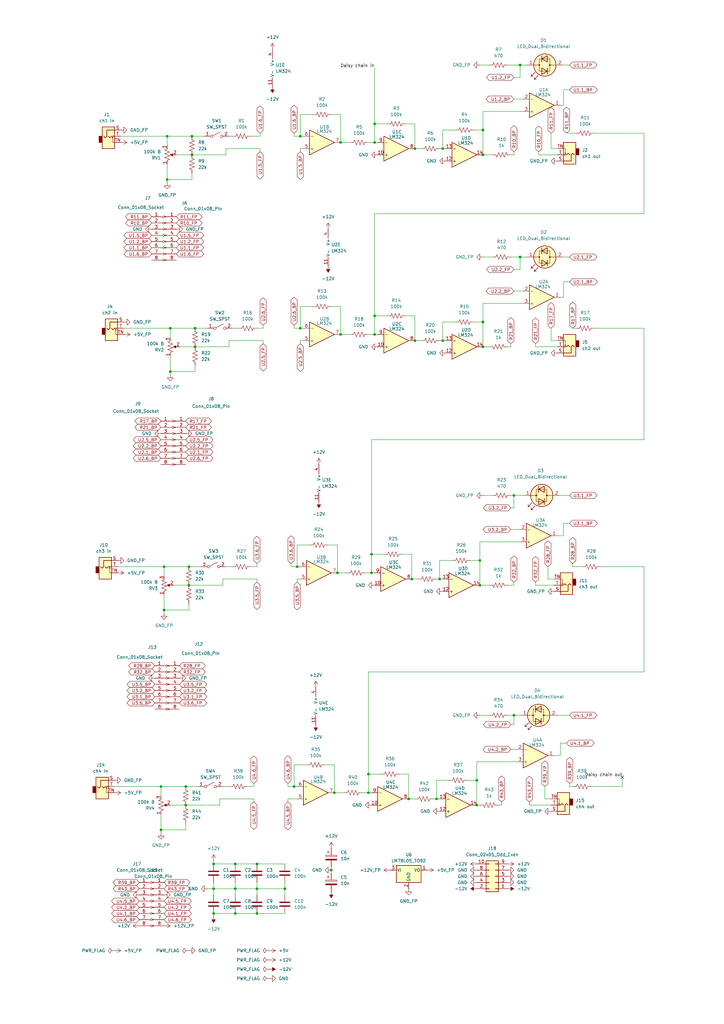
<source format=kicad_sch>
(kicad_sch (version 20250114) (generator "eeschema") (generator_version "9.0")
  (paper "A3" portrait)
  (junction (at 116.84 364.49))
  (junction (at 213.36 26.67))
  (junction (at 153.67 50.8))
  (junction (at 87.63 364.49))
  (junction (at 87.63 374.65))
  (junction (at 180.34 237.49))
  (junction (at 78.74 55.88))
  (junction (at 170.18 60.96))
  (junction (at 153.67 58.42))
  (junction (at 96.52 354.33))
  (junction (at 196.85 240.03))
  (junction (at 120.65 322.58))
  (junction (at 87.63 354.33))
  (junction (at 195.58 320.04))
  (junction (at 76.2 322.58))
  (junction (at 80.01 142.24))
  (junction (at 105.41 364.49))
  (junction (at 137.16 325.12))
  (junction (at 76.2 330.2))
  (junction (at 195.58 330.2))
  (junction (at 78.74 63.5))
  (junction (at 67.31 232.41))
  (junction (at 153.67 129.54))
  (junction (at 139.7 58.42))
  (junction (at 80.01 134.62))
  (junction (at 123.19 134.62))
  (junction (at 213.36 105.41))
  (junction (at 105.41 374.65))
  (junction (at 210.82 203.2))
  (junction (at 181.61 139.7))
  (junction (at 68.58 55.88))
  (junction (at 66.04 322.58))
  (junction (at 135.89 356.87))
  (junction (at 152.4 227.33))
  (junction (at 196.85 229.87))
  (junction (at 121.92 232.41))
  (junction (at 198.12 53.34))
  (junction (at 151.13 317.5))
  (junction (at 170.18 139.7))
  (junction (at 66.04 340.36))
  (junction (at 198.12 132.08))
  (junction (at 151.13 325.12))
  (junction (at 96.52 374.65))
  (junction (at 123.19 55.88))
  (junction (at 67.31 250.19))
  (junction (at 77.47 232.41))
  (junction (at 198.12 142.24))
  (junction (at 179.07 327.66))
  (junction (at 181.61 60.96))
  (junction (at 138.43 234.95))
  (junction (at 152.4 234.95))
  (junction (at 96.52 364.49))
  (junction (at 168.91 237.49))
  (junction (at 77.47 240.03))
  (junction (at 167.64 327.66))
  (junction (at 69.85 134.62))
  (junction (at 105.41 354.33))
  (junction (at 153.67 137.16))
  (junction (at 198.12 63.5))
  (junction (at 68.58 73.66))
  (junction (at 210.82 293.37))
  (junction (at 139.7 137.16))
  (junction (at 69.85 152.4))
  (no_connect (at 255.27 318.77))
  (wire (pts (xy 139.7 58.42) (xy 143.51 58.42)))
  (wire (pts (xy 68.58 73.66) (xy 68.58 74.93)))
  (wire (pts (xy 231.14 36.83) (xy 231.14 43.18)))
  (wire (pts (xy 210.82 238.76) (xy 210.82 240.03)))
  (wire (pts (xy 166.37 129.54) (xy 170.18 129.54)))
  (wire (pts (xy 135.89 355.6) (xy 135.89 356.87)))
  (wire (pts (xy 133.35 313.69) (xy 137.16 313.69)))
  (wire (pts (xy 213.36 26.67) (xy 213.36 31.75)))
  (wire (pts (xy 198.12 124.46) (xy 214.63 124.46)))
  (wire (pts (xy 264.16 87.63) (xy 153.67 87.63)))
  (wire (pts (xy 220.98 63.5) (xy 220.98 62.23)))
  (wire (pts (xy 76.2 322.58) (xy 81.28 322.58)))
  (wire (pts (xy 228.6 293.37) (xy 233.68 293.37)))
  (wire (pts (xy 264.16 232.41) (xy 264.16 275.59)))
  (wire (pts (xy 105.41 374.65) (xy 116.84 374.65)))
  (wire (pts (xy 123.19 55.88) (xy 124.46 55.88)))
  (wire (pts (xy 96.52 361.95) (xy 96.52 364.49)))
  (wire (pts (xy 229.87 304.8) (xy 229.87 309.88)))
  (wire (pts (xy 87.63 361.95) (xy 87.63 364.49)))
  (wire (pts (xy 68.58 67.31) (xy 68.58 73.66)))
  (wire (pts (xy 152.4 227.33) (xy 152.4 234.95)))
  (wire (pts (xy 46.99 322.58) (xy 66.04 322.58)))
  (wire (pts (xy 195.58 312.42) (xy 195.58 320.04)))
  (wire (pts (xy 243.84 54.61) (xy 264.16 54.61)))
  (wire (pts (xy 224.79 237.49) (xy 227.33 237.49)))
  (wire (pts (xy 193.04 229.87) (xy 196.85 229.87)))
  (wire (pts (xy 69.85 330.2) (xy 76.2 330.2)))
  (wire (pts (xy 106.68 55.88) (xy 102.87 55.88)))
  (wire (pts (xy 223.52 327.66) (xy 226.06 327.66)))
  (wire (pts (xy 177.8 327.66) (xy 179.07 327.66)))
  (wire (pts (xy 121.92 237.49) (xy 123.19 237.49)))
  (wire (pts (xy 210.82 40.64) (xy 214.63 40.64)))
  (wire (pts (xy 72.39 63.5) (xy 78.74 63.5)))
  (wire (pts (xy 153.67 129.54) (xy 153.67 137.16)))
  (wire (pts (xy 219.71 240.03) (xy 227.33 240.03)))
  (wire (pts (xy 96.52 364.49) (xy 96.52 367.03)))
  (wire (pts (xy 229.87 309.88) (xy 227.33 309.88)))
  (wire (pts (xy 210.82 63.5) (xy 209.55 63.5)))
  (wire (pts (xy 78.74 71.12) (xy 78.74 73.66)))
  (wire (pts (xy 120.65 55.88) (xy 123.19 55.88)))
  (wire (pts (xy 78.74 55.88) (xy 83.82 55.88)))
  (wire (pts (xy 157.48 227.33) (xy 152.4 227.33)))
  (wire (pts (xy 232.41 304.8) (xy 229.87 304.8)))
  (wire (pts (xy 50.8 134.62) (xy 69.85 134.62)))
  (wire (pts (xy 87.63 374.65) (xy 96.52 374.65)))
  (wire (pts (xy 105.41 237.49) (xy 105.41 238.76)))
  (wire (pts (xy 217.17 330.2) (xy 226.06 330.2)))
  (wire (pts (xy 208.28 142.24) (xy 209.55 142.24)))
  (wire (pts (xy 233.68 322.58) (xy 234.95 322.58)))
  (wire (pts (xy 148.59 325.12) (xy 151.13 325.12)))
  (wire (pts (xy 246.38 232.41) (xy 264.16 232.41)))
  (wire (pts (xy 180.34 139.7) (xy 181.61 139.7)))
  (wire (pts (xy 219.71 238.76) (xy 219.71 240.03)))
  (wire (pts (xy 151.13 325.12) (xy 152.4 325.12)))
  (wire (pts (xy 198.12 63.5) (xy 201.93 63.5)))
  (wire (pts (xy 77.47 247.65) (xy 77.47 250.19)))
  (wire (pts (xy 66.04 334.01) (xy 66.04 340.36)))
  (wire (pts (xy 158.75 50.8) (xy 153.67 50.8)))
  (wire (pts (xy 198.12 105.41) (xy 201.93 105.41)))
  (wire (pts (xy 168.91 237.49) (xy 171.45 237.49)))
  (wire (pts (xy 128.27 46.99) (xy 123.19 46.99)))
  (wire (pts (xy 96.52 364.49) (xy 105.41 364.49)))
  (wire (pts (xy 139.7 125.73) (xy 139.7 137.16)))
  (wire (pts (xy 119.38 231.14) (xy 119.38 232.41)))
  (wire (pts (xy 105.41 364.49) (xy 105.41 367.03)))
  (wire (pts (xy 198.12 132.08) (xy 198.12 142.24)))
  (wire (pts (xy 123.19 139.7) (xy 124.46 139.7)))
  (wire (pts (xy 191.77 320.04) (xy 195.58 320.04)))
  (wire (pts (xy 116.84 364.49) (xy 116.84 361.95)))
  (wire (pts (xy 153.67 50.8) (xy 153.67 58.42)))
  (wire (pts (xy 66.04 340.36) (xy 66.04 341.63)))
  (wire (pts (xy 226.06 139.7) (xy 228.6 139.7)))
  (wire (pts (xy 158.75 129.54) (xy 153.67 129.54)))
  (wire (pts (xy 80.01 142.24) (xy 93.98 142.24)))
  (wire (pts (xy 153.67 27.94) (xy 153.67 50.8)))
  (wire (pts (xy 209.55 217.17) (xy 213.36 217.17)))
  (wire (pts (xy 152.4 180.34) (xy 152.4 227.33)))
  (wire (pts (xy 213.36 105.41) (xy 215.9 105.41)))
  (wire (pts (xy 198.12 45.72) (xy 214.63 45.72)))
  (wire (pts (xy 198.12 142.24) (xy 200.66 142.24)))
  (wire (pts (xy 105.41 231.14) (xy 105.41 232.41)))
  (wire (pts (xy 170.18 129.54) (xy 170.18 139.7)))
  (wire (pts (xy 255.27 318.77) (xy 255.27 322.58)))
  (wire (pts (xy 69.85 152.4) (xy 69.85 153.67)))
  (wire (pts (xy 208.28 26.67) (xy 213.36 26.67)))
  (wire (pts (xy 152.4 234.95) (xy 153.67 234.95)))
  (wire (pts (xy 118.11 328.93) (xy 118.11 327.66)))
  (wire (pts (xy 119.38 232.41) (xy 121.92 232.41)))
  (wire (pts (xy 195.58 330.2) (xy 196.85 330.2)))
  (wire (pts (xy 76.2 337.82) (xy 76.2 340.36)))
  (wire (pts (xy 209.55 208.28) (xy 210.82 208.28)))
  (wire (pts (xy 156.21 317.5) (xy 151.13 317.5)))
  (wire (pts (xy 229.87 203.2) (xy 233.68 203.2)))
  (wire (pts (xy 224.79 237.49) (xy 224.79 232.41)))
  (wire (pts (xy 69.85 146.05) (xy 69.85 152.4)))
  (wire (pts (xy 198.12 203.2) (xy 201.93 203.2)))
  (wire (pts (xy 123.19 46.99) (xy 123.19 55.88)))
  (wire (pts (xy 67.31 232.41) (xy 77.47 232.41)))
  (wire (pts (xy 186.69 53.34) (xy 181.61 53.34)))
  (wire (pts (xy 121.92 232.41) (xy 123.19 232.41)))
  (wire (pts (xy 67.31 236.22) (xy 67.31 232.41)))
  (wire (pts (xy 213.36 110.49) (xy 213.36 105.41)))
  (wire (pts (xy 80.01 149.86) (xy 80.01 152.4)))
  (wire (pts (xy 165.1 227.33) (xy 168.91 227.33)))
  (wire (pts (xy 217.17 328.93) (xy 217.17 330.2)))
  (wire (pts (xy 71.12 240.03) (xy 77.47 240.03)))
  (wire (pts (xy 196.85 240.03) (xy 200.66 240.03)))
  (wire (pts (xy 67.31 243.84) (xy 67.31 250.19)))
  (wire (pts (xy 242.57 322.58) (xy 255.27 322.58)))
  (wire (pts (xy 231.14 105.41) (xy 233.68 105.41)))
  (wire (pts (xy 234.95 134.62) (xy 236.22 134.62)))
  (wire (pts (xy 219.71 142.24) (xy 228.6 142.24)))
  (wire (pts (xy 138.43 223.52) (xy 138.43 234.95)))
  (wire (pts (xy 210.82 203.2) (xy 210.82 208.28)))
  (wire (pts (xy 210.82 119.38) (xy 214.63 119.38)))
  (wire (pts (xy 151.13 317.5) (xy 151.13 325.12)))
  (wire (pts (xy 69.85 138.43) (xy 69.85 134.62)))
  (wire (pts (xy 101.6 322.58) (xy 104.14 322.58)))
  (wire (pts (xy 194.31 132.08) (xy 198.12 132.08)))
  (wire (pts (xy 87.63 375.92) (xy 87.63 374.65)))
  (wire (pts (xy 87.63 353.06) (xy 87.63 354.33)))
  (wire (pts (xy 151.13 137.16) (xy 153.67 137.16)))
  (wire (pts (xy 196.85 222.25) (xy 196.85 229.87)))
  (wire (pts (xy 153.67 137.16) (xy 154.94 137.16)))
  (wire (pts (xy 209.55 140.97) (xy 209.55 142.24)))
  (wire (pts (xy 105.41 361.95) (xy 105.41 364.49)))
  (wire (pts (xy 118.11 321.31) (xy 118.11 322.58)))
  (wire (pts (xy 91.44 237.49) (xy 105.41 237.49)))
  (wire (pts (xy 228.6 63.5) (xy 220.98 63.5)))
  (wire (pts (xy 80.01 134.62) (xy 85.09 134.62)))
  (wire (pts (xy 232.41 54.61) (xy 236.22 54.61)))
  (wire (pts (xy 233.68 115.57) (xy 231.14 115.57)))
  (wire (pts (xy 67.31 250.19) (xy 67.31 251.46)))
  (wire (pts (xy 96.52 354.33) (xy 105.41 354.33)))
  (wire (pts (xy 76.2 340.36) (xy 66.04 340.36)))
  (wire (pts (xy 195.58 320.04) (xy 195.58 330.2)))
  (wire (pts (xy 181.61 60.96) (xy 182.88 60.96)))
  (wire (pts (xy 209.55 307.34) (xy 212.09 307.34)))
  (wire (pts (xy 123.19 140.97) (xy 123.19 139.7)))
  (wire (pts (xy 233.68 321.31) (xy 233.68 322.58)))
  (wire (pts (xy 85.09 364.49) (xy 87.63 364.49)))
  (wire (pts (xy 180.34 60.96) (xy 181.61 60.96)))
  (wire (pts (xy 209.55 105.41) (xy 213.36 105.41)))
  (wire (pts (xy 166.37 50.8) (xy 170.18 50.8)))
  (wire (pts (xy 92.71 63.5) (xy 92.71 60.96)))
  (wire (pts (xy 107.95 133.35) (xy 107.95 134.62)))
  (wire (pts (xy 163.83 317.5) (xy 167.64 317.5)))
  (wire (pts (xy 151.13 58.42) (xy 153.67 58.42)))
  (wire (pts (xy 102.87 232.41) (xy 105.41 232.41)))
  (wire (pts (xy 77.47 232.41) (xy 82.55 232.41)))
  (wire (pts (xy 68.58 59.69) (xy 68.58 55.88)))
  (wire (pts (xy 123.19 60.96) (xy 124.46 60.96)))
  (wire (pts (xy 231.14 43.18) (xy 229.87 43.18)))
  (wire (pts (xy 76.2 330.2) (xy 90.17 330.2)))
  (wire (pts (xy 123.19 62.23) (xy 123.19 60.96)))
  (wire (pts (xy 181.61 132.08) (xy 181.61 139.7)))
  (wire (pts (xy 121.92 223.52) (xy 121.92 232.41)))
  (wire (pts (xy 116.84 364.49) (xy 116.84 367.03)))
  (wire (pts (xy 180.34 229.87) (xy 180.34 237.49)))
  (wire (pts (xy 210.82 62.23) (xy 210.82 63.5)))
  (wire (pts (xy 107.95 134.62) (xy 105.41 134.62)))
  (wire (pts (xy 198.12 45.72) (xy 198.12 53.34)))
  (wire (pts (xy 213.36 31.75) (xy 210.82 31.75)))
  (wire (pts (xy 181.61 139.7) (xy 182.88 139.7)))
  (wire (pts (xy 121.92 238.76) (xy 121.92 237.49)))
  (wire (pts (xy 66.04 326.39) (xy 66.04 322.58)))
  (wire (pts (xy 137.16 313.69) (xy 137.16 325.12)))
  (wire (pts (xy 120.65 133.35) (xy 120.65 134.62)))
  (wire (pts (xy 233.68 36.83) (xy 231.14 36.83)))
  (wire (pts (xy 231.14 26.67) (xy 233.68 26.67)))
  (wire (pts (xy 128.27 125.73) (xy 123.19 125.73)))
  (wire (pts (xy 234.95 231.14) (xy 234.95 232.41)))
  (wire (pts (xy 226.06 60.96) (xy 226.06 54.61)))
  (wire (pts (xy 123.19 134.62) (xy 124.46 134.62)))
  (wire (pts (xy 73.66 142.24) (xy 80.01 142.24)))
  (wire (pts (xy 134.62 223.52) (xy 138.43 223.52)))
  (wire (pts (xy 264.16 275.59) (xy 151.13 275.59)))
  (wire (pts (xy 107.95 139.7) (xy 93.98 139.7)))
  (wire (pts (xy 264.16 180.34) (xy 152.4 180.34)))
  (wire (pts (xy 181.61 53.34) (xy 181.61 60.96)))
  (wire (pts (xy 153.67 87.63) (xy 153.67 129.54)))
  (wire (pts (xy 226.06 60.96) (xy 228.6 60.96)))
  (wire (pts (xy 213.36 26.67) (xy 215.9 26.67)))
  (wire (pts (xy 210.82 110.49) (xy 213.36 110.49)))
  (wire (pts (xy 107.95 140.97) (xy 107.95 139.7)))
  (wire (pts (xy 196.85 26.67) (xy 200.66 26.67)))
  (wire (pts (xy 105.41 364.49) (xy 116.84 364.49)))
  (wire (pts (xy 196.85 229.87) (xy 196.85 240.03)))
  (wire (pts (xy 118.11 327.66) (xy 121.92 327.66)))
  (wire (pts (xy 179.07 320.04) (xy 179.07 327.66)))
  (wire (pts (xy 198.12 53.34) (xy 198.12 63.5)))
  (wire (pts (xy 231.14 115.57) (xy 231.14 121.92)))
  (wire (pts (xy 90.17 330.2) (xy 90.17 327.66)))
  (wire (pts (xy 243.84 134.62) (xy 264.16 134.62)))
  (wire (pts (xy 120.65 134.62) (xy 123.19 134.62)))
  (wire (pts (xy 90.17 327.66) (xy 104.14 327.66)))
  (wire (pts (xy 205.74 328.93) (xy 205.74 330.2)))
  (wire (pts (xy 139.7 46.99) (xy 139.7 58.42)))
  (wire (pts (xy 170.18 50.8) (xy 170.18 60.96)))
  (wire (pts (xy 91.44 322.58) (xy 93.98 322.58)))
  (wire (pts (xy 135.89 358.14) (xy 135.89 356.87)))
  (wire (pts (xy 184.15 320.04) (xy 179.07 320.04)))
  (wire (pts (xy 120.65 54.61) (xy 120.65 55.88)))
  (wire (pts (xy 180.34 237.49) (xy 181.61 237.49)))
  (wire (pts (xy 151.13 275.59) (xy 151.13 317.5)))
  (wire (pts (xy 209.55 203.2) (xy 210.82 203.2)))
  (wire (pts (xy 104.14 327.66) (xy 104.14 328.93)))
  (wire (pts (xy 179.07 237.49) (xy 180.34 237.49)))
  (wire (pts (xy 196.85 222.25) (xy 213.36 222.25)))
  (wire (pts (xy 210.82 203.2) (xy 214.63 203.2)))
  (wire (pts (xy 49.53 55.88) (xy 68.58 55.88)))
  (wire (pts (xy 167.64 327.66) (xy 170.18 327.66)))
  (wire (pts (xy 149.86 234.95) (xy 152.4 234.95)))
  (wire (pts (xy 93.98 142.24) (xy 93.98 139.7)))
  (wire (pts (xy 198.12 124.46) (xy 198.12 132.08)))
  (wire (pts (xy 226.06 139.7) (xy 226.06 134.62)))
  (wire (pts (xy 223.52 327.66) (xy 223.52 322.58)))
  (wire (pts (xy 233.68 214.63) (xy 231.14 214.63)))
  (wire (pts (xy 66.04 322.58) (xy 76.2 322.58)))
  (wire (pts (xy 210.82 293.37) (xy 210.82 297.18)))
  (wire (pts (xy 195.58 312.42) (xy 212.09 312.42)))
  (wire (pts (xy 264.16 134.62) (xy 264.16 180.34)))
  (wire (pts (xy 219.71 140.97) (xy 219.71 142.24)))
  (wire (pts (xy 208.28 293.37) (xy 210.82 293.37)))
  (wire (pts (xy 69.85 134.62) (xy 80.01 134.62)))
  (wire (pts (xy 96.52 374.65) (xy 105.41 374.65)))
  (wire (pts (xy 77.47 240.03) (xy 91.44 240.03)))
  (wire (pts (xy 231.14 214.63) (xy 231.14 219.71)))
  (wire (pts (xy 153.67 58.42) (xy 154.94 58.42)))
  (wire (pts (xy 125.73 313.69) (xy 120.65 313.69)))
  (wire (pts (xy 264.16 54.61) (xy 264.16 87.63)))
  (wire (pts (xy 138.43 234.95) (xy 142.24 234.95)))
  (wire (pts (xy 77.47 250.19) (xy 67.31 250.19)))
  (wire (pts (xy 120.65 313.69) (xy 120.65 322.58)))
  (wire (pts (xy 68.58 55.88) (xy 78.74 55.88)))
  (wire (pts (xy 194.31 53.34) (xy 198.12 53.34)))
  (wire (pts (xy 104.14 321.31) (xy 104.14 322.58)))
  (wire (pts (xy 135.89 46.99) (xy 139.7 46.99)))
  (wire (pts (xy 135.89 125.73) (xy 139.7 125.73)))
  (wire (pts (xy 120.65 322.58) (xy 121.92 322.58)))
  (wire (pts (xy 231.14 121.92) (xy 229.87 121.92)))
  (wire (pts (xy 106.68 60.96) (xy 106.68 62.23)))
  (wire (pts (xy 78.74 73.66) (xy 68.58 73.66)))
  (wire (pts (xy 209.55 297.18) (xy 210.82 297.18)))
  (wire (pts (xy 127 223.52) (xy 121.92 223.52)))
  (wire (pts (xy 139.7 137.16) (xy 143.51 137.16)))
  (wire (pts (xy 92.71 60.96) (xy 106.68 60.96)))
  (wire (pts (xy 167.64 317.5) (xy 167.64 327.66)))
  (wire (pts (xy 87.63 364.49) (xy 96.52 364.49)))
  (wire (pts (xy 95.25 134.62) (xy 97.79 134.62)))
  (wire (pts (xy 179.07 327.66) (xy 180.34 327.66)))
  (wire (pts (xy 80.01 152.4) (xy 69.85 152.4)))
  (wire (pts (xy 93.98 55.88) (xy 95.25 55.88)))
  (wire (pts (xy 106.68 55.88) (xy 106.68 54.61)))
  (wire (pts (xy 168.91 227.33) (xy 168.91 237.49)))
  (wire (pts (xy 87.63 354.33) (xy 96.52 354.33)))
  (wire (pts (xy 231.14 219.71) (xy 228.6 219.71)))
  (wire (pts (xy 196.85 293.37) (xy 200.66 293.37)))
  (wire (pts (xy 170.18 60.96) (xy 172.72 60.96)))
  (wire (pts (xy 92.71 232.41) (xy 95.25 232.41)))
  (wire (pts (xy 208.28 240.03) (xy 210.82 240.03)))
  (wire (pts (xy 123.19 125.73) (xy 123.19 134.62)))
  (wire (pts (xy 91.44 240.03) (xy 91.44 237.49)))
  (wire (pts (xy 87.63 364.49) (xy 87.63 367.03)))
  (wire (pts (xy 170.18 139.7) (xy 172.72 139.7)))
  (wire (pts (xy 118.11 322.58) (xy 120.65 322.58)))
  (wire (pts (xy 186.69 132.08) (xy 181.61 132.08)))
  (wire (pts (xy 234.95 232.41) (xy 238.76 232.41)))
  (wire (pts (xy 185.42 229.87) (xy 180.34 229.87)))
  (wire (pts (xy 137.16 325.12) (xy 140.97 325.12)))
  (wire (pts (xy 105.41 354.33) (xy 116.84 354.33)))
  (wire (pts (xy 78.74 63.5) (xy 92.71 63.5)))
  (wire (pts (xy 48.26 232.41) (xy 67.31 232.41)))
  (wire (pts (xy 210.82 293.37) (xy 213.36 293.37)))
  (wire (pts (xy 204.47 330.2) (xy 205.74 330.2)))
  (label "Daisy chain out" (at 255.27 318.77 180))
  (label "Daisy chain in" (at 153.67 27.94 180))
  (global_label "U3.5_BP" (shape bidirectional) (at 121.92 238.76 270) (property "Intersheetrefs" "${INTERSHEET_REFS}" (effects (hide yes))))
  (global_label "U2.6_FP" (shape bidirectional) (at 76.2 187.96 0) (property "Intersheetrefs" "${INTERSHEET_REFS}" (effects (hide yes))))
  (global_label "R32_FP" (shape bidirectional) (at 219.71 238.76 90) (property "Intersheetrefs" "${INTERSHEET_REFS}" (effects (hide yes))))
  (global_label "U2.2_FP" (shape bidirectional) (at 76.2 182.88 0) (property "Intersheetrefs" "${INTERSHEET_REFS}" (effects (hide yes))))
  (global_label "U3.2_FP" (shape bidirectional) (at 73.66 283.21 0) (property "Intersheetrefs" "${INTERSHEET_REFS}" (effects (hide yes))))
  (global_label "R11_BP" (shape bidirectional) (at 232.41 54.61 90) (property "Intersheetrefs" "${INTERSHEET_REFS}" (effects (hide yes))))
  (global_label "U2.2_BP" (shape bidirectional) (at 210.82 119.38 180) (property "Intersheetrefs" "${INTERSHEET_REFS}" (effects (hide yes))))
  (global_label "U3.6_BP" (shape bidirectional) (at 63.5 288.29 180) (property "Intersheetrefs" "${INTERSHEET_REFS}" (effects (hide yes))))
  (global_label "R21_FP" (shape bidirectional) (at 219.71 140.97 90) (property "Intersheetrefs" "${INTERSHEET_REFS}" (effects (hide yes))))
  (global_label "U3.6_BP" (shape bidirectional) (at 119.38 231.14 90) (property "Intersheetrefs" "${INTERSHEET_REFS}" (effects (hide yes))))
  (global_label "R17_FP" (shape bidirectional) (at 226.06 134.62 90) (property "Intersheetrefs" "${INTERSHEET_REFS}" (effects (hide yes))))
  (global_label "U1.6_FP" (shape bidirectional) (at 72.39 104.14 0) (property "Intersheetrefs" "${INTERSHEET_REFS}" (effects (hide yes))))
  (global_label "R39_FP" (shape bidirectional) (at 223.52 322.58 90) (property "Intersheetrefs" "${INTERSHEET_REFS}" (effects (hide yes))))
  (global_label "U3.2_BP" (shape bidirectional) (at 209.55 217.17 180) (property "Intersheetrefs" "${INTERSHEET_REFS}" (effects (hide yes))))
  (global_label "R28_BP" (shape bidirectional) (at 234.95 231.14 90) (property "Intersheetrefs" "${INTERSHEET_REFS}" (effects (hide yes))))
  (global_label "U3.5_FP" (shape bidirectional) (at 105.41 238.76 270) (property "Intersheetrefs" "${INTERSHEET_REFS}" (effects (hide yes))))
  (global_label "R32_FP" (shape bidirectional) (at 73.66 275.59 0) (property "Intersheetrefs" "${INTERSHEET_REFS}" (effects (hide yes))))
  (global_label "U1.2_FP" (shape bidirectional) (at 72.39 99.06 0) (property "Intersheetrefs" "${INTERSHEET_REFS}" (effects (hide yes))))
  (global_label "R28_FP" (shape bidirectional) (at 73.66 273.05 0) (property "Intersheetrefs" "${INTERSHEET_REFS}" (effects (hide yes))))
  (global_label "U4.5_FP" (shape bidirectional) (at 67.31 369.57 0) (property "Intersheetrefs" "${INTERSHEET_REFS}" (effects (hide yes))))
  (global_label "U4.2_FP" (shape bidirectional) (at 67.31 372.11 0) (property "Intersheetrefs" "${INTERSHEET_REFS}" (effects (hide yes))))
  (global_label "U2.1_BP" (shape bidirectional) (at 233.68 115.57 0) (property "Intersheetrefs" "${INTERSHEET_REFS}" (effects (hide yes))))
  (global_label "R10_FP" (shape bidirectional) (at 72.39 91.44 0) (property "Intersheetrefs" "${INTERSHEET_REFS}" (effects (hide yes))))
  (global_label "R11_FP" (shape bidirectional) (at 226.06 54.61 90) (property "Intersheetrefs" "${INTERSHEET_REFS}" (effects (hide yes))))
  (global_label "R10_BP" (shape bidirectional) (at 62.23 91.44 180) (property "Intersheetrefs" "${INTERSHEET_REFS}" (effects (hide yes))))
  (global_label "U4.2_BP" (shape bidirectional) (at 209.55 307.34 180) (property "Intersheetrefs" "${INTERSHEET_REFS}" (effects (hide yes))))
  (global_label "R11_BP" (shape bidirectional) (at 62.23 88.9 180) (property "Intersheetrefs" "${INTERSHEET_REFS}" (effects (hide yes))))
  (global_label "U2.2_FP" (shape bidirectional) (at 210.82 110.49 180) (property "Intersheetrefs" "${INTERSHEET_REFS}" (effects (hide yes))))
  (global_label "U1.1_FP" (shape bidirectional) (at 72.39 101.6 0) (property "Intersheetrefs" "${INTERSHEET_REFS}" (effects (hide yes))))
  (global_label "R28_BP" (shape bidirectional) (at 63.5 273.05 180) (property "Intersheetrefs" "${INTERSHEET_REFS}" (effects (hide yes))))
  (global_label "R10_FP" (shape bidirectional) (at 220.98 62.23 90) (property "Intersheetrefs" "${INTERSHEET_REFS}" (effects (hide yes))))
  (global_label "R32_BP" (shape bidirectional) (at 210.82 238.76 90) (property "Intersheetrefs" "${INTERSHEET_REFS}" (effects (hide yes))))
  (global_label "U2.2_BP" (shape bidirectional) (at 66.04 182.88 180) (property "Intersheetrefs" "${INTERSHEET_REFS}" (effects (hide yes))))
  (global_label "U4.6_FP" (shape bidirectional) (at 67.31 377.19 0) (property "Intersheetrefs" "${INTERSHEET_REFS}" (effects (hide yes))))
  (global_label "U1.2_BP" (shape bidirectional) (at 62.23 99.06 180) (property "Intersheetrefs" "${INTERSHEET_REFS}" (effects (hide yes))))
  (global_label "U2.6_BP" (shape bidirectional) (at 120.65 133.35 90) (property "Intersheetrefs" "${INTERSHEET_REFS}" (effects (hide yes))))
  (global_label "U1.5_FP" (shape bidirectional) (at 106.68 62.23 270) (property "Intersheetrefs" "${INTERSHEET_REFS}" (effects (hide yes))))
  (global_label "R28_FP" (shape bidirectional) (at 224.79 232.41 90) (property "Intersheetrefs" "${INTERSHEET_REFS}" (effects (hide yes))))
  (global_label "U4.5_FP" (shape bidirectional) (at 104.14 328.93 270) (property "Intersheetrefs" "${INTERSHEET_REFS}" (effects (hide yes))))
  (global_label "U4.1_FP" (shape bidirectional) (at 233.68 293.37 0) (property "Intersheetrefs" "${INTERSHEET_REFS}" (effects (hide yes))))
  (global_label "U2.1_BP" (shape bidirectional) (at 66.04 185.42 180) (property "Intersheetrefs" "${INTERSHEET_REFS}" (effects (hide yes))))
  (global_label "U3.6_FP" (shape bidirectional) (at 105.41 231.14 90) (property "Intersheetrefs" "${INTERSHEET_REFS}" (effects (hide yes))))
  (global_label "U4.2_BP" (shape bidirectional) (at 57.15 372.11 180) (property "Intersheetrefs" "${INTERSHEET_REFS}" (effects (hide yes))))
  (global_label "U3.1_FP" (shape bidirectional) (at 73.66 285.75 0) (property "Intersheetrefs" "${INTERSHEET_REFS}" (effects (hide yes))))
  (global_label "R21_BP" (shape bidirectional) (at 66.04 175.26 180) (property "Intersheetrefs" "${INTERSHEET_REFS}" (effects (hide yes))))
  (global_label "U2.1_FP" (shape bidirectional) (at 233.68 105.41 0) (property "Intersheetrefs" "${INTERSHEET_REFS}" (effects (hide yes))))
  (global_label "U3.2_FP" (shape bidirectional) (at 209.55 208.28 180) (property "Intersheetrefs" "${INTERSHEET_REFS}" (effects (hide yes))))
  (global_label "U3.1_BP" (shape bidirectional) (at 63.5 285.75 180) (property "Intersheetrefs" "${INTERSHEET_REFS}" (effects (hide yes))))
  (global_label "U1.1_BP" (shape bidirectional) (at 233.68 36.83 0) (property "Intersheetrefs" "${INTERSHEET_REFS}" (effects (hide yes))))
  (global_label "R21_BP" (shape bidirectional) (at 209.55 140.97 90) (property "Intersheetrefs" "${INTERSHEET_REFS}" (effects (hide yes))))
  (global_label "U3.1_BP" (shape bidirectional) (at 233.68 214.63 0) (property "Intersheetrefs" "${INTERSHEET_REFS}" (effects (hide yes))))
  (global_label "U1.5_BP" (shape bidirectional) (at 123.19 62.23 270) (property "Intersheetrefs" "${INTERSHEET_REFS}" (effects (hide yes))))
  (global_label "R43_FP" (shape bidirectional) (at 67.31 364.49 0) (property "Intersheetrefs" "${INTERSHEET_REFS}" (effects (hide yes))))
  (global_label "U4.2_FP" (shape bidirectional) (at 209.55 297.18 180) (property "Intersheetrefs" "${INTERSHEET_REFS}" (effects (hide yes))))
  (global_label "R32_BP" (shape bidirectional) (at 63.5 275.59 180) (property "Intersheetrefs" "${INTERSHEET_REFS}" (effects (hide yes))))
  (global_label "U4.1_BP" (shape bidirectional) (at 232.41 304.8 0) (property "Intersheetrefs" "${INTERSHEET_REFS}" (effects (hide yes))))
  (global_label "U3.5_BP" (shape bidirectional) (at 63.5 280.67 180) (property "Intersheetrefs" "${INTERSHEET_REFS}" (effects (hide yes))))
  (global_label "U1.2_BP" (shape bidirectional) (at 210.82 40.64 180) (property "Intersheetrefs" "${INTERSHEET_REFS}" (effects (hide yes))))
  (global_label "U4.6_BP" (shape bidirectional) (at 118.11 321.31 90) (property "Intersheetrefs" "${INTERSHEET_REFS}" (effects (hide yes))))
  (global_label "U4.1_BP" (shape bidirectional) (at 57.15 374.65 180) (property "Intersheetrefs" "${INTERSHEET_REFS}" (effects (hide yes))))
  (global_label "R17_BP" (shape bidirectional) (at 234.95 134.62 90) (property "Intersheetrefs" "${INTERSHEET_REFS}" (effects (hide yes))))
  (global_label "U3.1_FP" (shape bidirectional) (at 233.68 203.2 0) (property "Intersheetrefs" "${INTERSHEET_REFS}" (effects (hide yes))))
  (global_label "R21_FP" (shape bidirectional) (at 76.2 175.26 0) (property "Intersheetrefs" "${INTERSHEET_REFS}" (effects (hide yes))))
  (global_label "R43_BP" (shape bidirectional) (at 57.15 364.49 180) (property "Intersheetrefs" "${INTERSHEET_REFS}" (effects (hide yes))))
  (global_label "U3.5_FP" (shape bidirectional) (at 73.66 280.67 0) (property "Intersheetrefs" "${INTERSHEET_REFS}" (effects (hide yes))))
  (global_label "R43_BP" (shape bidirectional) (at 205.74 328.93 90) (property "Intersheetrefs" "${INTERSHEET_REFS}" (effects (hide yes))))
  (global_label "U1.6_BP" (shape bidirectional) (at 62.23 104.14 180) (property "Intersheetrefs" "${INTERSHEET_REFS}" (effects (hide yes))))
  (global_label "R10_BP" (shape bidirectional) (at 210.82 62.23 90) (property "Intersheetrefs" "${INTERSHEET_REFS}" (effects (hide yes))))
  (global_label "R11_FP" (shape bidirectional) (at 72.39 88.9 0) (property "Intersheetrefs" "${INTERSHEET_REFS}" (effects (hide yes))))
  (global_label "U1.2_FP" (shape bidirectional) (at 210.82 31.75 180) (property "Intersheetrefs" "${INTERSHEET_REFS}" (effects (hide yes))))
  (global_label "R39_FP" (shape bidirectional) (at 67.31 361.95 0) (property "Intersheetrefs" "${INTERSHEET_REFS}" (effects (hide yes))))
  (global_label "U4.5_BP" (shape bidirectional) (at 118.11 328.93 270) (property "Intersheetrefs" "${INTERSHEET_REFS}" (effects (hide yes))))
  (global_label "R17_BP" (shape bidirectional) (at 66.04 172.72 180) (property "Intersheetrefs" "${INTERSHEET_REFS}" (effects (hide yes))))
  (global_label "U4.5_BP" (shape bidirectional) (at 57.15 369.57 180) (property "Intersheetrefs" "${INTERSHEET_REFS}" (effects (hide yes))))
  (global_label "U1.6_FP" (shape bidirectional) (at 106.68 54.61 90) (property "Intersheetrefs" "${INTERSHEET_REFS}" (effects (hide yes))))
  (global_label "R43_FP" (shape bidirectional) (at 217.17 328.93 90) (property "Intersheetrefs" "${INTERSHEET_REFS}" (effects (hide yes))))
  (global_label "U2.5_FP" (shape bidirectional) (at 107.95 140.97 270) (property "Intersheetrefs" "${INTERSHEET_REFS}" (effects (hide yes))))
  (global_label "U1.1_BP" (shape bidirectional) (at 62.23 101.6 180) (property "Intersheetrefs" "${INTERSHEET_REFS}" (effects (hide yes))))
  (global_label "U4.1_FP" (shape bidirectional) (at 67.31 374.65 0) (property "Intersheetrefs" "${INTERSHEET_REFS}" (effects (hide yes))))
  (global_label "U1.5_BP" (shape bidirectional) (at 62.23 96.52 180) (property "Intersheetrefs" "${INTERSHEET_REFS}" (effects (hide yes))))
  (global_label "R17_FP" (shape bidirectional) (at 76.2 172.72 0) (property "Intersheetrefs" "${INTERSHEET_REFS}" (effects (hide yes))))
  (global_label "U2.5_BP" (shape bidirectional) (at 123.19 140.97 270) (property "Intersheetrefs" "${INTERSHEET_REFS}" (effects (hide yes))))
  (global_label "U2.5_FP" (shape bidirectional) (at 76.2 180.34 0) (property "Intersheetrefs" "${INTERSHEET_REFS}" (effects (hide yes))))
  (global_label "U2.6_BP" (shape bidirectional) (at 66.04 187.96 180) (property "Intersheetrefs" "${INTERSHEET_REFS}" (effects (hide yes))))
  (global_label "U4.6_FP" (shape bidirectional) (at 104.14 321.31 90) (property "Intersheetrefs" "${INTERSHEET_REFS}" (effects (hide yes))))
  (global_label "U4.6_BP" (shape bidirectional) (at 57.15 377.19 180) (property "Intersheetrefs" "${INTERSHEET_REFS}" (effects (hide yes))))
  (global_label "U3.2_BP" (shape bidirectional) (at 63.5 283.21 180) (property "Intersheetrefs" "${INTERSHEET_REFS}" (effects (hide yes))))
  (global_label "U1.6_BP" (shape bidirectional) (at 120.65 54.61 90) (property "Intersheetrefs" "${INTERSHEET_REFS}" (effects (hide yes))))
  (global_label "U2.1_FP" (shape bidirectional) (at 76.2 185.42 0) (property "Intersheetrefs" "${INTERSHEET_REFS}" (effects (hide yes))))
  (global_label "U2.5_BP" (shape bidirectional) (at 66.04 180.34 180) (property "Intersheetrefs" "${INTERSHEET_REFS}" (effects (hide yes))))
  (global_label "R39_BP" (shape bidirectional) (at 57.15 361.95 180) (property "Intersheetrefs" "${INTERSHEET_REFS}" (effects (hide yes))))
  (global_label "U1.1_FP" (shape bidirectional) (at 233.68 26.67 0) (property "Intersheetrefs" "${INTERSHEET_REFS}" (effects (hide yes))))
  (global_label "U2.6_FP" (shape bidirectional) (at 107.95 133.35 90) (property "Intersheetrefs" "${INTERSHEET_REFS}" (effects (hide yes))))
  (global_label "U1.5_FP" (shape bidirectional) (at 72.39 96.52 0) (property "Intersheetrefs" "${INTERSHEET_REFS}" (effects (hide yes))))
  (global_label "U3.6_FP" (shape bidirectional) (at 73.66 288.29 0) (property "Intersheetrefs" "${INTERSHEET_REFS}" (effects (hide yes))))
  (global_label "R39_BP" (shape bidirectional) (at 233.68 321.31 90) (property "Intersheetrefs" "${INTERSHEET_REFS}" (effects (hide yes))))
  (symbol (lib_id "Device:R_US") (at 78.74 59.69 180) (unit 1)
    (property "Reference" "R8" (at 81.28 58.4199 0) (effects (justify right)))
    (property "Value" "22k" (at 81.28 60.9599 0) (effects (justify right)))
    (property "Footprint" "Resistor_THT:R_Axial_DIN0207_L6.3mm_D2.5mm_P2.54mm_Vertical" (effects (hide yes)))
    (property "Description" "Resistor, US symbol" (effects (hide yes)))
  )
  (symbol (lib_id "Amplifier_Operational:LM324") (at 222.25 43.18 0) (mirror x) (unit 1)
    (property "Reference" "U1" (at 223.012 36.83 0))
    (property "Value" "LM324" (at 222.758 38.862 0))
    (property "Footprint" "Package_DIP:DIP-14_W7.62mm" (effects (hide yes)))
    (property "Datasheet" "http://www.ti.com/lit/ds/symlink/lm2902-n.pdf" (effects (hide yes)))
    (property "Description" "Low-Power, Quad-Operational Amplifiers, DIP-14/SOIC-14/SSOP-14" (effects (hide yes)))
  )
  (symbol (lib_id "Device:R_US") (at 242.57 232.41 270) (unit 1)
    (property "Reference" "R28" (at 242.57 226.06 90))
    (property "Value" "100k" (at 242.57 228.6 90))
    (property "Footprint" "Resistor_THT:R_Axial_DIN0207_L6.3mm_D2.5mm_P2.54mm_Vertical" (effects (hide yes)))
    (property "Description" "Resistor, US symbol" (effects (hide yes)))
  )
  (symbol (lib_id "Connector_Audio:AudioJack2_SwitchT") (at 231.14 330.2 180) (unit 1)
    (property "Reference" "J15" (at 236.22 328.2949 0) (effects (justify right)))
    (property "Value" "ch4 out" (at 236.22 330.8349 0) (effects (justify right)))
    (property "Footprint" "Custom:Thonkiconn mono 3.5mm audio jack PCB spacing" (effects (hide yes)))
    (property "Description" "Audio Jack, 2 Poles (Mono / TS), Switched T Pole (Normalling)" (effects (hide yes)))
  )
  (symbol (lib_id "Device:R_US") (at 76.2 334.01 180) (unit 1)
    (property "Reference" "R44" (at 78.74 332.7399 0) (effects (justify right)))
    (property "Value" "22k" (at 78.74 335.2799 0) (effects (justify right)))
    (property "Footprint" "Resistor_THT:R_Axial_DIN0207_L6.3mm_D2.5mm_P2.54mm_Vertical" (effects (hide yes)))
    (property "Description" "Resistor, US symbol" (effects (hide yes)))
  )
  (symbol (lib_id "Amplifier_Operational:LM324") (at 220.98 219.71 0) (mirror x) (unit 1)
    (property "Reference" "U3" (at 221.742 213.36 0))
    (property "Value" "LM324" (at 221.488 215.392 0))
    (property "Footprint" "Package_DIP:DIP-14_W7.62mm" (effects (hide yes)))
    (property "Datasheet" "http://www.ti.com/lit/ds/symlink/lm2902-n.pdf" (effects (hide yes)))
    (property "Description" "Low-Power, Quad-Operational Amplifiers, DIP-14/SOIC-14/SSOP-14" (effects (hide yes)))
  )
  (symbol (lib_id "power:GND") (at 196.85 26.67 270) (unit 1)
    (property "Reference" "#PWR07" (effects (hide yes)))
    (property "Value" "GND_FP" (at 193.04 26.6699 90) (effects (justify right)))
    (property "Description" "Power symbol creates a global label with name \"GND\" , ground" (effects (hide yes)))
  )
  (symbol (lib_id "power:GND") (at 66.04 341.63 0) (unit 1)
    (property "Reference" "#PWR064" (effects (hide yes)))
    (property "Value" "GND_FP" (at 66.04 346.71 0))
    (property "Description" "Power symbol creates a global label with name \"GND\" , ground" (effects (hide yes)))
  )
  (symbol (lib_id "power:GND") (at 67.31 251.46 0) (unit 1)
    (property "Reference" "#PWR051" (effects (hide yes)))
    (property "Value" "GND_FP" (at 67.31 256.54 0))
    (property "Description" "Power symbol creates a global label with name \"GND\" , ground" (effects (hide yes)))
  )
  (symbol (lib_id "Amplifier_Operational:LM324") (at 129.54 325.12 0) (mirror x) (unit 2)
    (property "Reference" "U4" (at 130.556 318.77 0))
    (property "Value" "LM324" (at 130.556 320.548 0))
    (property "Footprint" "Package_DIP:DIP-14_W7.62mm" (effects (hide yes)))
    (property "Datasheet" "http://www.ti.com/lit/ds/symlink/lm2902-n.pdf" (effects (hide yes)))
    (property "Description" "Low-Power, Quad-Operational Amplifiers, DIP-14/SOIC-14/SSOP-14" (effects (hide yes)))
  )
  (symbol (lib_id "Device:R_US") (at 205.74 63.5 270) (mirror x) (unit 1)
    (property "Reference" "R10" (at 205.74 57.15 90))
    (property "Value" "1k" (at 205.74 59.69 90))
    (property "Footprint" "Resistor_THT:R_Axial_DIN0207_L6.3mm_D2.5mm_P2.54mm_Vertical" (effects (hide yes)))
    (property "Description" "Resistor, US symbol" (effects (hide yes)))
  )
  (symbol (lib_id "power:+12V") (at 87.63 353.06 0) (unit 1)
    (property "Reference" "#PWR028" (effects (hide yes)))
    (property "Value" "+12V" (at 87.63 347.98 0))
    (property "Description" "Power symbol creates a global label with name \"+12V\"" (effects (hide yes)))
  )
  (symbol (lib_id "Device:R_US") (at 205.74 203.2 90) (unit 1)
    (property "Reference" "R23" (at 205.74 196.85 90))
    (property "Value" "470" (at 205.74 199.39 90))
    (property "Footprint" "Resistor_THT:R_Axial_DIN0207_L6.3mm_D2.5mm_P10.16mm_Horizontal" (effects (hide yes)))
    (property "Description" "Resistor, US symbol" (effects (hide yes)))
  )
  (symbol (lib_id "power:+5V") (at 67.31 379.73 270) (unit 1)
    (property "Reference" "#PWR067" (effects (hide yes)))
    (property "Value" "+12V_FP" (at 71.12 379.7299 90) (effects (justify left)))
    (property "Description" "Power symbol creates a global label with name \"+5V\"" (effects (hide yes)))
  )
  (symbol (lib_id "Connector:Conn_01x08_Pin") (at 71.12 180.34 0) (unit 1)
    (property "Reference" "J8" (at 86.614 163.576 0))
    (property "Value" "Conn_01x08_Pin" (at 86.614 166.624 0))
    (property "Footprint" "Connector_PinHeader_2.54mm:PinHeader_1x08_P2.54mm_Vertical" (effects (hide yes)))
    (property "Description" "Generic connector, single row, 01x08, script generated" (effects (hide yes)))
  )
  (symbol (lib_id "power:+12V") (at 130.81 190.5 0) (unit 1)
    (property "Reference" "#PWR044" (effects (hide yes)))
    (property "Value" "+12V" (at 130.81 185.42 0))
    (property "Description" "Power symbol creates a global label with name \"+12V\"" (effects (hide yes)))
  )
  (symbol (lib_id "Connector:Conn_01x08_Pin") (at 68.58 280.67 0) (unit 1)
    (property "Reference" "J12" (at 81.534 264.16 0))
    (property "Value" "Conn_01x08_Pin" (at 82.296 267.97 0))
    (property "Footprint" "Connector_PinHeader_2.54mm:PinHeader_1x08_P2.54mm_Vertical" (effects (hide yes)))
    (property "Description" "Generic connector, single row, 01x08, script generated" (effects (hide yes)))
  )
  (symbol (lib_id "power:GND") (at 46.99 320.04 90) (unit 1)
    (property "Reference" "#PWR058" (effects (hide yes)))
    (property "Value" "GND_FP" (at 50.8 320.0399 90) (effects (justify right)))
    (property "Description" "Power symbol creates a global label with name \"GND\" , ground" (effects (hide yes)))
  )
  (symbol (lib_id "Device:C") (at 116.84 370.84 0) (unit 1)
    (property "Reference" "C10" (at 120.65 369.5699 0) (effects (justify left)))
    (property "Value" "100n" (at 120.65 372.1099 0) (effects (justify left)))
    (property "Footprint" "Capacitor_THT:C_Disc_D6.0mm_W2.5mm_P5.00mm" (effects (hide yes)))
    (property "Description" "Unpolarized capacitor" (effects (hide yes)))
  )
  (symbol (lib_id "power:GND") (at 167.64 364.49 0) (unit 1)
    (property "Reference" "#PWR069" (effects (hide yes)))
    (property "Value" "GND_FP" (at 167.64 369.57 0))
    (property "Description" "Power symbol creates a global label with name \"GND\" , ground" (effects (hide yes)))
  )
  (symbol (lib_id "Switch:SW_SPST") (at 88.9 55.88 0) (unit 1)
    (property "Reference" "SW1" (at 88.9 49.53 0))
    (property "Value" "SW_SPST" (at 88.9 52.07 0))
    (property "Footprint" "Custom:SMTS 102 SPDT PCB" (effects (hide yes)))
    (property "Description" "Single Pole Single Throw (SPST) switch" (effects (hide yes)))
  )
  (symbol (lib_id "power:GND") (at 50.8 132.08 90) (unit 1)
    (property "Reference" "#PWR021" (effects (hide yes)))
    (property "Value" "GND_FP" (at 54.61 132.0799 90) (effects (justify right)))
    (property "Description" "Power symbol creates a global label with name \"GND\" , ground" (effects (hide yes)))
  )
  (symbol (lib_id "Device:R_US") (at 78.74 67.31 180) (unit 1)
    (property "Reference" "R9" (at 81.28 66.0399 0) (effects (justify right)))
    (property "Value" "22k" (at 81.28 68.5799 0) (effects (justify right)))
    (property "Footprint" "Resistor_THT:R_Axial_DIN0207_L6.3mm_D2.5mm_P2.54mm_Vertical" (effects (hide yes)))
    (property "Description" "Resistor, US symbol" (effects (hide yes)))
  )
  (symbol (lib_id "Amplifier_Operational:LM324") (at 137.16 101.6 0) (unit 5)
    (property "Reference" "U2" (at 135.89 100.3299 0) (effects (justify left)))
    (property "Value" "LM324" (at 135.89 102.8699 0) (effects (justify left)))
    (property "Footprint" "Package_DIP:DIP-14_W7.62mm" (effects (hide yes)))
    (property "Datasheet" "http://www.ti.com/lit/ds/symlink/lm2902-n.pdf" (effects (hide yes)))
    (property "Description" "Low-Power, Quad-Operational Amplifiers, DIP-14/SOIC-14/SSOP-14" (effects (hide yes)))
  )
  (symbol (lib_id "Device:R_US") (at 130.81 223.52 90) (unit 1)
    (property "Reference" "R24" (at 130.81 217.17 90))
    (property "Value" "100k" (at 130.81 219.71 90))
    (property "Footprint" "Resistor_THT:R_Axial_DIN0204_L3.6mm_D1.6mm_P2.54mm_Vertical" (effects (hide yes)))
    (property "Description" "Resistor, US symbol" (effects (hide yes)))
  )
  (symbol (lib_id "Switch:SW_SPST") (at 87.63 232.41 0) (unit 1)
    (property "Reference" "SW3" (at 87.63 226.06 0))
    (property "Value" "SW_SPST" (at 87.63 228.6 0))
    (property "Footprint" "Custom:SMTS 102 SPDT PCB" (effects (hide yes)))
    (property "Description" "Single Pole Single Throw (SPST) switch" (effects (hide yes)))
  )
  (symbol (lib_id "power:-12V") (at 87.63 375.92 180) (unit 1)
    (property "Reference" "#PWR015" (effects (hide yes)))
    (property "Value" "-12V" (at 87.63 381 0))
    (property "Description" "Power symbol creates a global label with name \"-12V\"" (effects (hide yes)))
  )
  (symbol (lib_id "power:+12V") (at 129.54 281.94 0) (unit 1)
    (property "Reference" "#PWR057" (effects (hide yes)))
    (property "Value" "+12V" (at 129.54 276.86 0))
    (property "Description" "Power symbol creates a global label with name \"+12V\"" (effects (hide yes)))
  )
  (symbol (lib_id "power:GND") (at 195.58 359.41 270) (mirror x) (unit 1)
    (property "Reference" "#PWR092" (effects (hide yes)))
    (property "Value" "GND" (at 191.77 359.4099 90) (effects (justify right)))
    (property "Description" "Power symbol creates a global label with name \"GND\" , ground" (effects (hide yes)))
  )
  (symbol (lib_id "power:GND") (at 196.85 293.37 270) (unit 1)
    (property "Reference" "#PWR056" (effects (hide yes)))
    (property "Value" "GND_FP" (at 193.04 293.3699 90) (effects (justify right)))
    (property "Description" "Power symbol creates a global label with name \"GND\" , ground" (effects (hide yes)))
  )
  (symbol (lib_id "power:+12V") (at 208.28 354.33 270) (unit 1)
    (property "Reference" "#PWR085" (effects (hide yes)))
    (property "Value" "+12V" (at 212.09 354.3299 90) (effects (justify left)))
    (property "Description" "Power symbol creates a global label with name \"+12V\"" (effects (hide yes)))
  )
  (symbol (lib_id "power:-12V") (at 110.49 397.51 270) (unit 1)
    (property "Reference" "#PWR017" (effects (hide yes)))
    (property "Value" "-12V" (at 114.3 397.5099 90) (effects (justify left)))
    (property "Description" "Power symbol creates a global label with name \"-12V\"" (effects (hide yes)))
  )
  (symbol (lib_id "power:+12V") (at 160.02 356.87 90) (unit 1)
    (property "Reference" "#PWR070" (effects (hide yes)))
    (property "Value" "+12V_FP" (at 156.21 356.8699 90) (effects (justify left)))
    (property "Description" "Power symbol creates a global label with name \"+12V\"" (effects (hide yes)))
  )
  (symbol (lib_id "Device:R_US") (at 204.47 142.24 270) (mirror x) (unit 1)
    (property "Reference" "R21" (at 204.47 135.89 90))
    (property "Value" "1k" (at 204.47 138.43 90))
    (property "Footprint" "Resistor_THT:R_Axial_DIN0207_L6.3mm_D2.5mm_P2.54mm_Vertical" (effects (hide yes)))
    (property "Description" "Resistor, US symbol" (effects (hide yes)))
  )
  (symbol (lib_id "Device:R_US") (at 132.08 46.99 90) (unit 1)
    (property "Reference" "R2" (at 132.08 40.64 90))
    (property "Value" "100k" (at 132.08 43.18 90))
    (property "Footprint" "Resistor_THT:R_Axial_DIN0204_L3.6mm_D1.6mm_P2.54mm_Vertical" (effects (hide yes)))
    (property "Description" "Resistor, US symbol" (effects (hide yes)))
  )
  (symbol (lib_id "Switch:SW_SPST") (at 86.36 322.58 0) (unit 1)
    (property "Reference" "SW4" (at 86.36 316.23 0))
    (property "Value" "SW_SPST" (at 86.36 318.77 0))
    (property "Footprint" "Custom:SMTS 102 SPDT PCB" (effects (hide yes)))
    (property "Description" "Single Pole Single Throw (SPST) switch" (effects (hide yes)))
  )
  (symbol (lib_id "Device:R_US") (at 161.29 227.33 90) (unit 1)
    (property "Reference" "R25" (at 161.29 220.98 90))
    (property "Value" "100k" (at 161.29 223.52 90))
    (property "Footprint" "Resistor_THT:R_Axial_DIN0204_L3.6mm_D1.6mm_P2.54mm_Vertical" (effects (hide yes)))
    (property "Description" "Resistor, US symbol" (effects (hide yes)))
  )
  (symbol (lib_id "Device:R_Potentiometer_US") (at 68.58 63.5 0) (mirror x) (unit 1)
    (property "Reference" "RV1" (at 66.04 64.7701 0) (effects (justify right)))
    (property "Value" "100k B" (at 66.04 62.2301 0) (effects (justify right)))
    (property "Footprint" "Potentiometer_THT:Potentiometer_Alpha_RD901F-40-00D_Single_Vertical" (effects (hide yes)))
    (property "Description" "Potentiometer, US symbol" (effects (hide yes)))
  )
  (symbol (lib_id "power:-12V") (at 134.62 109.22 180) (unit 1)
    (property "Reference" "#PWR026" (effects (hide yes)))
    (property "Value" "-12V" (at 134.62 114.3 0))
    (property "Description" "Power symbol creates a global label with name \"-12V\"" (effects (hide yes)))
  )
  (symbol (lib_id "power:GND") (at 49.53 53.34 90) (unit 1)
    (property "Reference" "#PWR02" (effects (hide yes)))
    (property "Value" "GND_FP" (at 53.34 53.3399 90) (effects (justify right)))
    (property "Description" "Power symbol creates a global label with name \"GND\" , ground" (effects (hide yes)))
  )
  (symbol (lib_id "Device:LED_Dual_Bidirectional") (at 222.25 203.2 180) (unit 1)
    (property "Reference" "D3" (at 221.7547 193.04 0))
    (property "Value" "LED_Dual_Bidirectional" (at 221.7547 195.58 0))
    (property "Footprint" "LED_THT:LED_D5.0mm" (effects (hide yes)))
    (property "Description" "Dual LED, bidirectional" (effects (hide yes)))
  )
  (symbol (lib_id "Connector_Audio:AudioJack2_SwitchT") (at 233.68 63.5 180) (unit 1)
    (property "Reference" "J2" (at 238.76 61.5949 0) (effects (justify right)))
    (property "Value" "ch1 out" (at 238.76 64.1349 0) (effects (justify right)))
    (property "Footprint" "Custom:Thonkiconn mono 3.5mm audio jack PCB spacing" (effects (hide yes)))
    (property "Description" "Audio Jack, 2 Poles (Mono / TS), Switched T Pole (Normalling)" (effects (hide yes)))
  )
  (symbol (lib_id "Device:R_US") (at 144.78 325.12 90) (unit 1)
    (property "Reference" "R40" (at 144.78 318.77 90))
    (property "Value" "100k" (at 144.78 321.31 90))
    (property "Footprint" "Resistor_THT:R_Axial_DIN0207_L6.3mm_D2.5mm_P10.16mm_Horizontal" (effects (hide yes)))
    (property "Description" "Resistor, US symbol" (effects (hide yes)))
  )
  (symbol (lib_id "Amplifier_Operational:LM324") (at 132.08 137.16 0) (mirror x) (unit 2)
    (property "Reference" "U2" (at 133.096 130.81 0))
    (property "Value" "LM324" (at 133.096 132.588 0))
    (property "Footprint" "Package_DIP:DIP-14_W7.62mm" (effects (hide yes)))
    (property "Datasheet" "http://www.ti.com/lit/ds/symlink/lm2902-n.pdf" (effects (hide yes)))
    (property "Description" "Low-Power, Quad-Operational Amplifiers, DIP-14/SOIC-14/SSOP-14" (effects (hide yes)))
  )
  (symbol (lib_id "power:GND") (at 181.61 242.57 270) (unit 1)
    (property "Reference" "#PWR048" (effects (hide yes)))
    (property "Value" "GND" (at 177.8 242.5699 90) (effects (justify right)))
    (property "Description" "Power symbol creates a global label with name \"GND\" , ground" (effects (hide yes)))
  )
  (symbol (lib_id "power:-12V") (at 129.54 297.18 180) (unit 1)
    (property "Reference" "#PWR063" (effects (hide yes)))
    (property "Value" "-12V" (at 129.54 302.26 0))
    (property "Description" "Power symbol creates a global label with name \"-12V\"" (effects (hide yes)))
  )
  (symbol (lib_id "power:GND") (at 154.94 63.5 270) (unit 1)
    (property "Reference" "#PWR09" (effects (hide yes)))
    (property "Value" "GND" (at 151.13 63.4999 90) (effects (justify right)))
    (property "Description" "Power symbol creates a global label with name \"GND\" , ground" (effects (hide yes)))
  )
  (symbol (lib_id "Device:R_US") (at 129.54 313.69 90) (unit 1)
    (property "Reference" "R35" (at 129.54 307.34 90))
    (property "Value" "100k" (at 129.54 309.88 90))
    (property "Footprint" "Resistor_THT:R_Axial_DIN0204_L3.6mm_D1.6mm_P2.54mm_Vertical" (effects (hide yes)))
    (property "Description" "Resistor, US symbol" (effects (hide yes)))
  )
  (symbol (lib_id "Amplifier_Operational:LM324") (at 114.3 27.94 0) (unit 5)
    (property "Reference" "U1" (at 113.03 26.6699 0) (effects (justify left)))
    (property "Value" "LM324" (at 113.03 29.2099 0) (effects (justify left)))
    (property "Footprint" "Package_DIP:DIP-14_W7.62mm" (effects (hide yes)))
    (property "Datasheet" "http://www.ti.com/lit/ds/symlink/lm2902-n.pdf" (effects (hide yes)))
    (property "Description" "Low-Power, Quad-Operational Amplifiers, DIP-14/SOIC-14/SSOP-14" (effects (hide yes)))
  )
  (symbol (lib_id "Device:C_Polarized") (at 135.89 351.79 0) (unit 1)
    (property "Reference" "C6" (at 139.7 349.6309 0) (effects (justify left)))
    (property "Value" "10n" (at 139.7 352.1709 0) (effects (justify left)))
    (property "Footprint" "Capacitor_THT:CP_Radial_D4.0mm_P2.00mm" (effects (hide yes)))
    (property "Description" "Polarized capacitor" (effects (hide yes)))
  )
  (symbol (lib_id "Device:R_US") (at 77.47 243.84 180) (unit 1)
    (property "Reference" "R33" (at 80.01 242.5699 0) (effects (justify right)))
    (property "Value" "22k" (at 80.01 245.1099 0) (effects (justify right)))
    (property "Footprint" "Resistor_THT:R_Axial_DIN0207_L6.3mm_D2.5mm_P2.54mm_Vertical" (effects (hide yes)))
    (property "Description" "Resistor, US symbol" (effects (hide yes)))
  )
  (symbol (lib_id "Device:R_US") (at 77.47 236.22 180) (unit 1)
    (property "Reference" "R30" (at 80.01 234.9499 0) (effects (justify right)))
    (property "Value" "22k" (at 80.01 237.4899 0) (effects (justify right)))
    (property "Footprint" "Resistor_THT:R_Axial_DIN0207_L6.3mm_D2.5mm_P2.54mm_Vertical" (effects (hide yes)))
    (property "Description" "Resistor, US symbol" (effects (hide yes)))
  )
  (symbol (lib_id "power:GND") (at 208.28 359.41 90) (unit 1)
    (property "Reference" "#PWR087" (effects (hide yes)))
    (property "Value" "GND" (at 212.09 359.4099 90) (effects (justify right)))
    (property "Description" "Power symbol creates a global label with name \"GND\" , ground" (effects (hide yes)))
  )
  (symbol (lib_id "Device:R_US") (at 162.56 129.54 90) (unit 1)
    (property "Reference" "R14" (at 162.56 123.19 90))
    (property "Value" "100k" (at 162.56 125.73 90))
    (property "Footprint" "Resistor_THT:R_Axial_DIN0204_L3.6mm_D1.6mm_P2.54mm_Vertical" (effects (hide yes)))
    (property "Description" "Resistor, US symbol" (effects (hide yes)))
  )
  (symbol (lib_id "power:GND") (at 226.06 332.74 270) (unit 1)
    (property "Reference" "#PWR062" (effects (hide yes)))
    (property "Value" "GND_FP" (at 222.25 332.7399 90) (effects (justify right)))
    (property "Description" "Power symbol creates a global label with name \"GND\" , ground" (effects (hide yes)))
  )
  (symbol (lib_id "power:+5V") (at 110.49 389.89 270) (unit 1)
    (property "Reference" "#PWR014" (effects (hide yes)))
    (property "Value" "+5V" (at 114.3 389.8899 90) (effects (justify left)))
    (property "Description" "Power symbol creates a global label with name \"+5V\"" (effects (hide yes)))
  )
  (symbol (lib_id "Amplifier_Operational:LM324") (at 132.08 58.42 0) (mirror x) (unit 2)
    (property "Reference" "U1" (at 133.096 52.07 0))
    (property "Value" "LM324" (at 133.096 53.848 0))
    (property "Footprint" "Package_DIP:DIP-14_W7.62mm" (effects (hide yes)))
    (property "Datasheet" "http://www.ti.com/lit/ds/symlink/lm2902-n.pdf" (effects (hide yes)))
    (property "Description" "Low-Power, Quad-Operational Amplifiers, DIP-14/SOIC-14/SSOP-14" (effects (hide yes)))
  )
  (symbol (lib_id "Device:R_US") (at 99.06 232.41 90) (unit 1)
    (property "Reference" "R27" (at 99.06 226.06 90))
    (property "Value" "100k" (at 99.06 228.6 90))
    (property "Footprint" "Resistor_THT:R_Axial_DIN0207_L6.3mm_D2.5mm_P2.54mm_Vertical" (effects (hide yes)))
    (property "Description" "Resistor, US symbol" (effects (hide yes)))
  )
  (symbol (lib_id "power:GND") (at 72.39 93.98 90) (unit 1)
    (property "Reference" "#PWR06" (effects (hide yes)))
    (property "Value" "GND_FP" (at 76.2 93.9799 90) (effects (justify right)))
    (property "Description" "Power symbol creates a global label with name \"GND\" , ground" (effects (hide yes)))
  )
  (symbol (lib_id "Device:LED_Dual_Bidirectional") (at 223.52 105.41 180) (unit 1)
    (property "Reference" "D2" (at 223.0247 95.25 0))
    (property "Value" "LED_Dual_Bidirectional" (at 223.0247 97.79 0))
    (property "Footprint" "LED_THT:LED_D5.0mm" (effects (hide yes)))
    (property "Description" "Dual LED, bidirectional" (effects (hide yes)))
  )
  (symbol (lib_id "power:PWR_FLAG") (at 110.49 393.7 90) (unit 1)
    (property "Reference" "#FLG02" (effects (hide yes)))
    (property "Value" "PWR_FLAG" (at 106.68 393.6999 90) (effects (justify left)))
    (property "Description" "Special symbol for telling ERC where power comes from" (effects (hide yes)))
  )
  (symbol (lib_id "Connector_Audio:AudioJack2_SwitchT") (at 43.18 232.41 0) (unit 1)
    (property "Reference" "J10" (at 42.545 223.52 0))
    (property "Value" "ch3 in" (at 42.545 226.06 0))
    (property "Footprint" "Custom:Thonkiconn mono 3.5mm audio jack PCB spacing" (effects (hide yes)))
    (property "Description" "Audio Jack, 2 Poles (Mono / TS), Switched T Pole (Normalling)" (effects (hide yes)))
  )
  (symbol (lib_id "Device:R_US") (at 204.47 240.03 270) (mirror x) (unit 1)
    (property "Reference" "R32" (at 204.47 233.68 90))
    (property "Value" "1k" (at 204.47 236.22 90))
    (property "Footprint" "Resistor_THT:R_Axial_DIN0207_L6.3mm_D2.5mm_P2.54mm_Vertical" (effects (hide yes)))
    (property "Description" "Resistor, US symbol" (effects (hide yes)))
  )
  (symbol (lib_id "Device:C") (at 116.84 358.14 0) (unit 1)
    (property "Reference" "C4" (at 120.65 356.8699 0) (effects (justify left)))
    (property "Value" "100n" (at 120.65 359.4099 0) (effects (justify left)))
    (property "Footprint" "Capacitor_THT:C_Disc_D6.0mm_W2.5mm_P5.00mm" (effects (hide yes)))
    (property "Description" "Unpolarized capacitor" (effects (hide yes)))
  )
  (symbol (lib_id "power:PWR_FLAG") (at 77.47 389.89 90) (unit 1)
    (property "Reference" "#FLG06" (effects (hide yes)))
    (property "Value" "PWR_FLAG" (at 73.66 389.8899 90) (effects (justify left)))
    (property "Description" "Special symbol for telling ERC where power comes from" (effects (hide yes)))
  )
  (symbol (lib_id "power:-12V") (at 111.76 35.56 180) (unit 1)
    (property "Reference" "#PWR05" (effects (hide yes)))
    (property "Value" "-12V" (at 111.76 40.64 0))
    (property "Description" "Power symbol creates a global label with name \"-12V\"" (effects (hide yes)))
  )
  (symbol (lib_id "Device:R_US") (at 80.01 138.43 180) (unit 1)
    (property "Reference" "R19" (at 82.55 137.1599 0) (effects (justify right)))
    (property "Value" "22k" (at 82.55 139.6999 0) (effects (justify right)))
    (property "Footprint" "Resistor_THT:R_Axial_DIN0207_L6.3mm_D2.5mm_P2.54mm_Vertical" (effects (hide yes)))
    (property "Description" "Resistor, US symbol" (effects (hide yes)))
  )
  (symbol (lib_id "power:GND") (at 182.88 144.78 270) (unit 1)
    (property "Reference" "#PWR024" (effects (hide yes)))
    (property "Value" "GND" (at 179.07 144.7799 90) (effects (justify right)))
    (property "Description" "Power symbol creates a global label with name \"GND\" , ground" (effects (hide yes)))
  )
  (symbol (lib_id "Connector_Audio:AudioJack2_SwitchT") (at 233.68 142.24 180) (unit 1)
    (property "Reference" "J5" (at 238.76 140.3349 0) (effects (justify right)))
    (property "Value" "ch2 out" (at 238.76 142.8749 0) (effects (justify right)))
    (property "Footprint" "Custom:Thonkiconn mono 3.5mm audio jack PCB spacing" (effects (hide yes)))
    (property "Description" "Audio Jack, 2 Poles (Mono / TS), Switched T Pole (Normalling)" (effects (hide yes)))
  )
  (symbol (lib_id "Device:R_US") (at 162.56 50.8 90) (unit 1)
    (property "Reference" "R3" (at 162.56 44.45 90))
    (property "Value" "100k" (at 162.56 46.99 90))
    (property "Footprint" "Resistor_THT:R_Axial_DIN0204_L3.6mm_D1.6mm_P2.54mm_Vertical" (effects (hide yes)))
    (property "Description" "Resistor, US symbol" (effects (hide yes)))
  )
  (symbol (lib_id "Amplifier_Operational:LM324") (at 189.23 240.03 0) (mirror x) (unit 4)
    (property "Reference" "U3" (at 189.992 233.172 0))
    (property "Value" "LM324" (at 189.738 235.204 0))
    (property "Footprint" "Package_DIP:DIP-14_W7.62mm" (effects (hide yes)))
    (property "Datasheet" "http://www.ti.com/lit/ds/symlink/lm2902-n.pdf" (effects (hide yes)))
    (property "Description" "Low-Power, Quad-Operational Amplifiers, DIP-14/SOIC-14/SSOP-14" (effects (hide yes)))
  )
  (symbol (lib_id "Amplifier_Operational:LM324") (at 219.71 309.88 0) (mirror x) (unit 1)
    (property "Reference" "U4" (at 220.472 303.53 0))
    (property "Value" "LM324" (at 220.218 305.562 0))
    (property "Footprint" "Package_DIP:DIP-14_W7.62mm" (effects (hide yes)))
    (property "Datasheet" "http://www.ti.com/lit/ds/symlink/lm2902-n.pdf" (effects (hide yes)))
    (property "Description" "Low-Power, Quad-Operational Amplifiers, DIP-14/SOIC-14/SSOP-14" (effects (hide yes)))
  )
  (symbol (lib_id "Device:R_US") (at 240.03 134.62 270) (unit 1)
    (property "Reference" "R17" (at 240.03 128.27 90))
    (property "Value" "100k" (at 240.03 130.81 90))
    (property "Footprint" "Resistor_THT:R_Axial_DIN0207_L6.3mm_D2.5mm_P2.54mm_Vertical" (effects (hide yes)))
    (property "Description" "Resistor, US symbol" (effects (hide yes)))
  )
  (symbol (lib_id "Connector_Audio:AudioJack2_SwitchT") (at 44.45 55.88 0) (unit 1)
    (property "Reference" "J1" (at 43.815 46.99 0))
    (property "Value" "ch1 in" (at 43.815 49.53 0))
    (property "Footprint" "Custom:Thonkiconn mono 3.5mm audio jack PCB spacing" (effects (hide yes)))
    (property "Description" "Audio Jack, 2 Poles (Mono / TS), Switched T Pole (Normalling)" (effects (hide yes)))
  )
  (symbol (lib_id "power:PWR_FLAG") (at 110.49 401.32 90) (unit 1)
    (property "Reference" "#FLG04" (effects (hide yes)))
    (property "Value" "PWR_FLAG" (at 106.68 401.3199 90) (effects (justify left)))
    (property "Description" "Special symbol for telling ERC where power comes from" (effects (hide yes)))
  )
  (symbol (lib_id "power:PWR_FLAG") (at 110.49 397.51 90) (unit 1)
    (property "Reference" "#FLG03" (effects (hide yes)))
    (property "Value" "PWR_FLAG" (at 106.68 397.5099 90) (effects (justify left)))
    (property "Description" "Special symbol for telling ERC where power comes from" (effects (hide yes)))
  )
  (symbol (lib_name "R_US_1") (lib_id "Device:R_US") (at 190.5 53.34 90) (unit 1)
    (property "Reference" "R4" (at 190.5 46.99 90))
    (property "Value" "100k" (at 190.5 49.53 90))
    (property "Footprint" "Resistor_THT:R_Axial_DIN0204_L3.6mm_D1.6mm_P2.54mm_Vertical" (effects (hide yes)))
    (property "Description" "Resistor, US symbol" (effects (hide yes)))
  )
  (symbol (lib_id "Device:C") (at 96.52 370.84 0) (unit 1)
    (property "Reference" "C8" (at 100.33 369.5699 0) (effects (justify left)))
    (property "Value" "100n" (at 100.33 372.1099 0) (effects (justify left)))
    (property "Footprint" "Capacitor_THT:C_Disc_D6.0mm_W2.5mm_P5.00mm" (effects (hide yes)))
    (property "Description" "Unpolarized capacitor" (effects (hide yes)))
  )
  (symbol (lib_id "Amplifier_Operational:LM324") (at 190.5 142.24 0) (mirror x) (unit 4)
    (property "Reference" "U2" (at 191.262 135.382 0))
    (property "Value" "LM324" (at 191.008 137.414 0))
    (property "Footprint" "Package_DIP:DIP-14_W7.62mm" (effects (hide yes)))
    (property "Datasheet" "http://www.ti.com/lit/ds/symlink/lm2902-n.pdf" (effects (hide yes)))
    (property "Description" "Low-Power, Quad-Operational Amplifiers, DIP-14/SOIC-14/SSOP-14" (effects (hide yes)))
  )
  (symbol (lib_id "Device:R_US") (at 146.05 234.95 90) (unit 1)
    (property "Reference" "R29" (at 146.05 228.6 90))
    (property "Value" "100k" (at 146.05 231.14 90))
    (property "Footprint" "Resistor_THT:R_Axial_DIN0207_L6.3mm_D2.5mm_P10.16mm_Horizontal" (effects (hide yes)))
    (property "Description" "Resistor, US symbol" (effects (hide yes)))
  )
  (symbol (lib_id "Device:R_US") (at 176.53 60.96 90) (unit 1)
    (property "Reference" "R6" (at 176.53 54.61 90))
    (property "Value" "100k" (at 176.53 57.15 90))
    (property "Footprint" "Resistor_THT:R_Axial_DIN0207_L6.3mm_D2.5mm_P2.54mm_Vertical" (effects (hide yes)))
    (property "Description" "Resistor, US symbol" (effects (hide yes)))
  )
  (symbol (lib_id "power:GND") (at 48.26 229.87 90) (unit 1)
    (property "Reference" "#PWR045" (effects (hide yes)))
    (property "Value" "GND_FP" (at 52.07 229.8699 90) (effects (justify right)))
    (property "Description" "Power symbol creates a global label with name \"GND\" , ground" (effects (hide yes)))
  )
  (symbol (lib_id "power:GND") (at 73.66 278.13 90) (unit 1)
    (property "Reference" "#PWR052" (effects (hide yes)))
    (property "Value" "GND_FP" (at 77.47 278.1299 90) (effects (justify right)))
    (property "Description" "Power symbol creates a global label with name \"GND\" , ground" (effects (hide yes)))
  )
  (symbol (lib_id "Device:R_US") (at 99.06 55.88 90) (unit 1)
    (property "Reference" "R1" (at 99.06 49.53 90))
    (property "Value" "100k" (at 99.06 52.07 90))
    (property "Footprint" "Resistor_THT:R_Axial_DIN0207_L6.3mm_D2.5mm_P2.54mm_Vertical" (effects (hide yes)))
    (property "Description" "Resistor, US symbol" (effects (hide yes)))
  )
  (symbol (lib_id "Device:LED_Dual_Bidirectional") (at 223.52 26.67 180) (unit 1)
    (property "Reference" "D1" (at 223.0247 16.51 0))
    (property "Value" "LED_Dual_Bidirectional" (at 223.0247 19.05 0))
    (property "Footprint" "LED_THT:LED_D5.0mm" (effects (hide yes)))
    (property "Description" "Dual LED, bidirectional" (effects (hide yes)))
  )
  (symbol (lib_id "power:+5V") (at 57.15 379.73 90) (mirror x) (unit 1)
    (property "Reference" "#PWR068" (effects (hide yes)))
    (property "Value" "+12V" (at 53.34 379.7299 90) (effects (justify left)))
    (property "Description" "Power symbol creates a global label with name \"+5V\"" (effects (hide yes)))
  )
  (symbol (lib_id "power:GND") (at 85.09 364.49 270) (unit 1)
    (property "Reference" "#PWR034" (effects (hide yes)))
    (property "Value" "GND" (at 81.28 364.4899 90) (effects (justify right)))
    (property "Description" "Power symbol creates a global label with name \"GND\" , ground" (effects (hide yes)))
  )
  (symbol (lib_id "power:GND") (at 195.58 356.87 270) (mirror x) (unit 1)
    (property "Reference" "#PWR091" (effects (hide yes)))
    (property "Value" "GND" (at 191.77 356.8699 90) (effects (justify right)))
    (property "Description" "Power symbol creates a global label with name \"GND\" , ground" (effects (hide yes)))
  )
  (symbol (lib_id "power:+12V") (at 111.76 20.32 0) (unit 1)
    (property "Reference" "#PWR04" (effects (hide yes)))
    (property "Value" "+12V" (at 111.76 15.24 0))
    (property "Description" "Power symbol creates a global label with name \"+12V\"" (effects (hide yes)))
  )
  (symbol (lib_id "Device:R_US") (at 205.74 105.41 90) (unit 1)
    (property "Reference" "R12" (at 205.74 99.06 90))
    (property "Value" "470" (at 205.74 101.6 90))
    (property "Footprint" "Resistor_THT:R_Axial_DIN0207_L6.3mm_D2.5mm_P10.16mm_Horizontal" (effects (hide yes)))
    (property "Description" "Resistor, US symbol" (effects (hide yes)))
  )
  (symbol (lib_id "Amplifier_Operational:LM324") (at 190.5 63.5 0) (mirror x) (unit 4)
    (property "Reference" "U1" (at 191.262 56.642 0))
    (property "Value" "LM324" (at 191.008 58.674 0))
    (property "Footprint" "Package_DIP:DIP-14_W7.62mm" (effects (hide yes)))
    (property "Datasheet" "http://www.ti.com/lit/ds/symlink/lm2902-n.pdf" (effects (hide yes)))
    (property "Description" "Low-Power, Quad-Operational Amplifiers, DIP-14/SOIC-14/SSOP-14" (effects (hide yes)))
  )
  (symbol (lib_id "power:+12V") (at 195.58 354.33 90) (mirror x) (unit 1)
    (property "Reference" "#PWR090" (effects (hide yes)))
    (property "Value" "+12V" (at 191.77 354.3299 90) (effects (justify left)))
    (property "Description" "Power symbol creates a global label with name \"+12V\"" (effects (hide yes)))
  )
  (symbol (lib_id "Device:R_US") (at 175.26 237.49 90) (unit 1)
    (property "Reference" "R31" (at 175.26 231.14 90))
    (property "Value" "100k" (at 175.26 233.68 90))
    (property "Footprint" "Resistor_THT:R_Axial_DIN0207_L6.3mm_D2.5mm_P2.54mm_Vertical" (effects (hide yes)))
    (property "Description" "Resistor, US symbol" (effects (hide yes)))
  )
  (symbol (lib_id "power:+5V") (at 48.26 234.95 270) (unit 1)
    (property "Reference" "#PWR046" (effects (hide yes)))
    (property "Value" "+5V_FP" (at 52.07 234.9499 90) (effects (justify left)))
    (property "Description" "Power symbol creates a global label with name \"+5V\"" (effects (hide yes)))
  )
  (symbol (lib_id "Connector_Generic:Conn_02x05_Odd_Even") (at 203.2 359.41 180) (unit 1)
    (property "Reference" "J18" (at 201.93 347.98 0))
    (property "Value" "Conn_02x05_Odd_Even" (at 201.93 350.52 0))
    (property "Footprint" "Connector_PinHeader_2.54mm:PinHeader_2x05_P2.54mm_Vertical" (effects (hide yes)))
    (property "Description" "Generic connector, double row, 02x05, odd/even pin numbering scheme (row 1 odd numbers, row 2 even numbers), script generated (kicad-library-utils/schlib/autogen/connector/)" (effects (hide yes)))
  )
  (symbol (lib_id "power:GND") (at 69.85 153.67 0) (unit 1)
    (property "Reference" "#PWR027" (effects (hide yes)))
    (property "Value" "GND_FP" (at 69.85 158.75 0))
    (property "Description" "Power symbol creates a global label with name \"GND\" , ground" (effects (hide yes)))
  )
  (symbol (lib_id "power:-12V") (at 208.28 364.49 270) (unit 1)
    (property "Reference" "#PWR089" (effects (hide yes)))
    (property "Value" "-12V" (at 212.09 364.4899 90) (effects (justify left)))
    (property "Description" "Power symbol creates a global label with name \"-12V\"" (effects (hide yes)))
  )
  (symbol (lib_id "Amplifier_Operational:LM324") (at 187.96 330.2 0) (mirror x) (unit 4)
    (property "Reference" "U4" (at 188.722 323.342 0))
    (property "Value" "LM324" (at 188.468 325.374 0))
    (property "Footprint" "Package_DIP:DIP-14_W7.62mm" (effects (hide yes)))
    (property "Datasheet" "http://www.ti.com/lit/ds/symlink/lm2902-n.pdf" (effects (hide yes)))
    (property "Description" "Low-Power, Quad-Operational Amplifiers, DIP-14/SOIC-14/SSOP-14" (effects (hide yes)))
  )
  (symbol (lib_id "power:GND") (at 66.04 177.8 270) (mirror x) (unit 1)
    (property "Reference" "#PWR040" (effects (hide yes)))
    (property "Value" "GND" (at 62.23 177.7999 90) (effects (justify right)))
    (property "Description" "Power symbol creates a global label with name \"GND\" , ground" (effects (hide yes)))
  )
  (symbol (lib_id "power:+12V") (at 135.89 347.98 0) (unit 1)
    (property "Reference" "#PWR030" (effects (hide yes)))
    (property "Value" "+12V" (at 135.89 342.9 0))
    (property "Description" "Power symbol creates a global label with name \"+12V\"" (effects (hide yes)))
  )
  (symbol (lib_id "power:GND") (at 62.23 93.98 270) (mirror x) (unit 1)
    (property "Reference" "#PWR011" (effects (hide yes)))
    (property "Value" "GND" (at 58.42 93.9799 90) (effects (justify right)))
    (property "Description" "Power symbol creates a global label with name \"GND\" , ground" (effects (hide yes)))
  )
  (symbol (lib_id "power:GND") (at 152.4 330.2 270) (unit 1)
    (property "Reference" "#PWR060" (effects (hide yes)))
    (property "Value" "GND" (at 148.59 330.1999 90) (effects (justify right)))
    (property "Description" "Power symbol creates a global label with name \"GND\" , ground" (effects (hide yes)))
  )
  (symbol (lib_id "power:GND") (at 68.58 74.93 0) (unit 1)
    (property "Reference" "#PWR08" (effects (hide yes)))
    (property "Value" "GND_FP" (at 68.58 80.01 0))
    (property "Description" "Power symbol creates a global label with name \"GND\" , ground" (effects (hide yes)))
  )
  (symbol (lib_name "R_US_1") (lib_id "Device:R_US") (at 189.23 229.87 90) (unit 1)
    (property "Reference" "R26" (at 189.23 223.52 90))
    (property "Value" "100k" (at 189.23 226.06 90))
    (property "Footprint" "Resistor_THT:R_Axial_DIN0204_L3.6mm_D1.6mm_P2.54mm_Vertical" (effects (hide yes)))
    (property "Description" "Resistor, US symbol" (effects (hide yes)))
  )
  (symbol (lib_id "power:GND") (at 67.31 367.03 90) (unit 1)
    (property "Reference" "#PWR065" (effects (hide yes)))
    (property "Value" "GND_FP" (at 71.12 367.0299 90) (effects (justify right)))
    (property "Description" "Power symbol creates a global label with name \"GND\" , ground" (effects (hide yes)))
  )
  (symbol (lib_id "Device:R_US") (at 76.2 326.39 180) (unit 1)
    (property "Reference" "R41" (at 78.74 325.1199 0) (effects (justify right)))
    (property "Value" "22k" (at 78.74 327.6599 0) (effects (justify right)))
    (property "Footprint" "Resistor_THT:R_Axial_DIN0207_L6.3mm_D2.5mm_P2.54mm_Vertical" (effects (hide yes)))
    (property "Description" "Resistor, US symbol" (effects (hide yes)))
  )
  (symbol (lib_id "power:+12V") (at 134.62 93.98 0) (unit 1)
    (property "Reference" "#PWR020" (effects (hide yes)))
    (property "Value" "+12V" (at 134.62 88.9 0))
    (property "Description" "Power symbol creates a global label with name \"+12V\"" (effects (hide yes)))
  )
  (symbol (lib_id "power:GND") (at 227.33 242.57 270) (unit 1)
    (property "Reference" "#PWR049" (effects (hide yes)))
    (property "Value" "GND_FP" (at 223.52 242.5699 90) (effects (justify right)))
    (property "Description" "Power symbol creates a global label with name \"GND\" , ground" (effects (hide yes)))
  )
  (symbol (lib_id "power:+5V") (at 49.53 58.42 270) (unit 1)
    (property "Reference" "#PWR01" (effects (hide yes)))
    (property "Value" "+5V_FP" (at 53.34 58.4199 90) (effects (justify left)))
    (property "Description" "Power symbol creates a global label with name \"+5V\"" (effects (hide yes)))
  )
  (symbol (lib_id "Connector_Audio:AudioJack2_SwitchT") (at 45.72 134.62 0) (unit 1)
    (property "Reference" "J4" (at 45.085 125.73 0))
    (property "Value" "ch2 in" (at 45.085 128.27 0))
    (property "Footprint" "Custom:Thonkiconn mono 3.5mm audio jack PCB spacing" (effects (hide yes)))
    (property "Description" "Audio Jack, 2 Poles (Mono / TS), Switched T Pole (Normalling)" (effects (hide yes)))
  )
  (symbol (lib_id "Device:R_US") (at 80.01 146.05 180) (unit 1)
    (property "Reference" "R22" (at 82.55 144.7799 0) (effects (justify right)))
    (property "Value" "22k" (at 82.55 147.3199 0) (effects (justify right)))
    (property "Footprint" "Resistor_THT:R_Axial_DIN0207_L6.3mm_D2.5mm_P2.54mm_Vertical" (effects (hide yes)))
    (property "Description" "Resistor, US symbol" (effects (hide yes)))
  )
  (symbol (lib_id "Connector:Conn_01x08_Socket") (at 67.31 96.52 0) (unit 1)
    (property "Reference" "J7" (at 59.436 81.28 0) (effects (justify left)))
    (property "Value" "Conn_01x08_Socket" (at 48.26 85.09 0) (effects (justify left)))
    (property "Footprint" "Connector_PinSocket_2.54mm:PinSocket_1x08_P2.54mm_Vertical" (effects (hide yes)))
    (property "Description" "Generic connector, single row, 01x08, script generated" (effects (hide yes)))
  )
  (symbol (lib_id "Amplifier_Operational:LM324") (at 162.56 139.7 0) (mirror x) (unit 3)
    (property "Reference" "U2" (at 162.814 132.842 0))
    (property "Value" "LM324" (at 162.814 134.874 0))
    (property "Footprint" "Package_DIP:DIP-14_W7.62mm" (effects (hide yes)))
    (property "Datasheet" "http://www.ti.com/lit/ds/symlink/lm2902-n.pdf" (effects (hide yes)))
    (property "Description" "Low-Power, Quad-Operational Amplifiers, DIP-14/SOIC-14/SSOP-14" (effects (hide yes)))
  )
  (symbol (lib_id "Amplifier_Operational:LM324") (at 222.25 121.92 0) (mirror x) (unit 1)
    (property "Reference" "U2" (at 223.012 115.57 0))
    (property "Value" "LM324" (at 222.758 117.602 0))
    (property "Footprint" "Package_DIP:DIP-14_W7.62mm" (effects (hide yes)))
    (property "Datasheet" "http://www.ti.com/lit/ds/symlink/lm2902-n.pdf" (effects (hide yes)))
    (property "Description" "Low-Power, Quad-Operational Amplifiers, DIP-14/SOIC-14/SSOP-14" (effects (hide yes)))
  )
  (symbol (lib_id "power:+5V") (at 175.26 356.87 270) (unit 1)
    (property "Reference" "#PWR071" (effects (hide yes)))
    (property "Value" "+5V_FP" (at 179.07 356.8699 90) (effects (justify left)))
    (property "Description" "Power symbol creates a global label with name \"+5V\"" (effects (hide yes)))
  )
  (symbol (lib_id "power:GND") (at 77.47 389.89 90) (unit 1)
    (property "Reference" "#PWR033" (effects (hide yes)))
    (property "Value" "GND_FP" (at 81.28 389.8899 90) (effects (justify right)))
    (property "Description" "Power symbol creates a global label with name \"GND\" , ground" (effects (hide yes)))
  )
  (symbol (lib_id "Device:LED_Dual_Bidirectional") (at 220.98 293.37 180) (unit 1)
    (property "Reference" "D4" (at 220.4847 283.21 0))
    (property "Value" "LED_Dual_Bidirectional" (at 220.4847 285.75 0))
    (property "Footprint" "LED_THT:LED_D5.0mm" (effects (hide yes)))
    (property "Description" "Dual LED, bidirectional" (effects (hide yes)))
  )
  (symbol (lib_id "power:GND") (at 198.12 203.2 270) (unit 1)
    (property "Reference" "#PWR043" (effects (hide yes)))
    (property "Value" "GND_FP" (at 194.31 203.1999 90) (effects (justify right)))
    (property "Description" "Power symbol creates a global label with name \"GND\" , ground" (effects (hide yes)))
  )
  (symbol (lib_id "Amplifier_Operational:LM324") (at 161.29 237.49 0) (mirror x) (unit 3)
    (property "Reference" "U3" (at 161.544 230.632 0))
    (property "Value" "LM324" (at 161.544 232.664 0))
    (property "Footprint" "Package_DIP:DIP-14_W7.62mm" (effects (hide yes)))
    (property "Datasheet" "http://www.ti.com/lit/ds/symlink/lm2902-n.pdf" (effects (hide yes)))
    (property "Description" "Low-Power, Quad-Operational Amplifiers, DIP-14/SOIC-14/SSOP-14" (effects (hide yes)))
  )
  (symbol (lib_id "Device:R_US") (at 147.32 58.42 90) (unit 1)
    (property "Reference" "R5" (at 147.32 52.07 90))
    (property "Value" "100k" (at 147.32 54.61 90))
    (property "Footprint" "Resistor_THT:R_Axial_DIN0207_L6.3mm_D2.5mm_P10.16mm_Horizontal" (effects (hide yes)))
    (property "Description" "Resistor, US symbol" (effects (hide yes)))
  )
  (symbol (lib_id "power:+5V") (at 46.99 325.12 270) (unit 1)
    (property "Reference" "#PWR059" (effects (hide yes)))
    (property "Value" "+5V_FP" (at 50.8 325.1199 90) (effects (justify left)))
    (property "Description" "Power symbol creates a global label with name \"+5V\"" (effects (hide yes)))
  )
  (symbol (lib_id "Amplifier_Operational:LM324") (at 162.56 60.96 0) (mirror x) (unit 3)
    (property "Reference" "U1" (at 162.814 54.102 0))
    (property "Value" "LM324" (at 162.814 56.134 0))
    (property "Footprint" "Package_DIP:DIP-14_W7.62mm" (effects (hide yes)))
    (property "Datasheet" "http://www.ti.com/lit/ds/symlink/lm2902-n.pdf" (effects (hide yes)))
    (property "Description" "Low-Power, Quad-Operational Amplifiers, DIP-14/SOIC-14/SSOP-14" (effects (hide yes)))
  )
  (symbol (lib_id "Device:R_US") (at 160.02 317.5 90) (unit 1)
    (property "Reference" "R36" (at 160.02 311.15 90))
    (property "Value" "100k" (at 160.02 313.69 90))
    (property "Footprint" "Resistor_THT:R_Axial_DIN0204_L3.6mm_D1.6mm_P2.54mm_Vertical" (effects (hide yes)))
    (property "Description" "Resistor, US symbol" (effects (hide yes)))
  )
  (symbol (lib_id "power:GND") (at 208.28 356.87 90) (unit 1)
    (property "Reference" "#PWR086" (effects (hide yes)))
    (property "Value" "GND" (at 212.09 356.8699 90) (effects (justify right)))
    (property "Description" "Power symbol creates a global label with name \"GND\" , ground" (effects (hide yes)))
  )
  (symbol (lib_id "Device:R_US") (at 101.6 134.62 90) (unit 1)
    (property "Reference" "R16" (at 101.6 128.27 90))
    (property "Value" "100k" (at 101.6 130.81 90))
    (property "Footprint" "Resistor_THT:R_Axial_DIN0207_L6.3mm_D2.5mm_P2.54mm_Vertical" (effects (hide yes)))
    (property "Description" "Resistor, US symbol" (effects (hide yes)))
  )
  (symbol (lib_id "Device:R_US") (at 147.32 137.16 90) (unit 1)
    (property "Reference" "R18" (at 147.32 130.81 90))
    (property "Value" "100k" (at 147.32 133.35 90))
    (property "Footprint" "Resistor_THT:R_Axial_DIN0207_L6.3mm_D2.5mm_P10.16mm_Horizontal" (effects (hide yes)))
    (property "Description" "Resistor, US symbol" (effects (hide yes)))
  )
  (symbol (lib_id "Device:R_US") (at 200.66 330.2 270) (mirror x) (unit 1)
    (property "Reference" "R43" (at 200.66 323.85 90))
    (property "Value" "1k" (at 200.66 326.39 90))
    (property "Footprint" "Resistor_THT:R_Axial_DIN0207_L6.3mm_D2.5mm_P2.54mm_Vertical" (effects (hide yes)))
    (property "Description" "Resistor, US symbol" (effects (hide yes)))
  )
  (symbol (lib_id "Device:R_US") (at 132.08 125.73 90) (unit 1)
    (property "Reference" "R13" (at 132.08 119.38 90))
    (property "Value" "100k" (at 132.08 121.92 90))
    (property "Footprint" "Resistor_THT:R_Axial_DIN0204_L3.6mm_D1.6mm_P2.54mm_Vertical" (effects (hide yes)))
    (property "Description" "Resistor, US symbol" (effects (hide yes)))
  )
  (symbol (lib_id "Device:R_US") (at 204.47 293.37 90) (unit 1)
    (property "Reference" "R34" (at 204.47 287.02 90))
    (property "Value" "470" (at 204.47 289.56 90))
    (property "Footprint" "Resistor_THT:R_Axial_DIN0207_L6.3mm_D2.5mm_P10.16mm_Horizontal" (effects (hide yes)))
    (property "Description" "Resistor, US symbol" (effects (hide yes)))
  )
  (symbol (lib_id "power:GND") (at 228.6 66.04 270) (unit 1)
    (property "Reference" "#PWR03" (effects (hide yes)))
    (property "Value" "GND_FP" (at 224.79 66.0399 90) (effects (justify right)))
    (property "Description" "Power symbol creates a global label with name \"GND\" , ground" (effects (hide yes)))
  )
  (symbol (lib_id "Connector_Audio:AudioJack2_SwitchT") (at 232.41 240.03 180) (unit 1)
    (property "Reference" "J11" (at 237.49 238.1249 0) (effects (justify right)))
    (property "Value" "ch3 out" (at 237.49 240.6649 0) (effects (justify right)))
    (property "Footprint" "Custom:Thonkiconn mono 3.5mm audio jack PCB spacing" (effects (hide yes)))
    (property "Description" "Audio Jack, 2 Poles (Mono / TS), Switched T Pole (Normalling)" (effects (hide yes)))
  )
  (symbol (lib_id "Device:R_Potentiometer_US") (at 69.85 142.24 0) (mirror x) (unit 1)
    (property "Reference" "RV2" (at 67.31 143.5101 0) (effects (justify right)))
    (property "Value" "100k B" (at 67.31 140.9701 0) (effects (justify right)))
    (property "Footprint" "Potentiometer_THT:Potentiometer_Alpha_RD901F-40-00D_Single_Vertical" (effects (hide yes)))
    (property "Description" "Potentiometer, US symbol" (effects (hide yes)))
  )
  (symbol (lib_id "Device:R_Potentiometer_US") (at 66.04 330.2 0) (mirror x) (unit 1)
    (property "Reference" "RV4" (at 63.5 331.4701 0) (effects (justify right)))
    (property "Value" "100k B" (at 63.5 328.9301 0) (effects (justify right)))
    (property "Footprint" "Potentiometer_THT:Potentiometer_Alpha_RD901F-40-00D_Single_Vertical" (effects (hide yes)))
    (property "Description" "Potentiometer, US symbol" (effects (hide yes)))
  )
  (symbol (lib_id "power:PWR_FLAG") (at 110.49 389.89 90) (unit 1)
    (property "Reference" "#FLG01" (effects (hide yes)))
    (property "Value" "PWR_FLAG" (at 106.68 389.8899 90) (effects (justify left)))
    (property "Description" "Special symbol for telling ERC where power comes from" (effects (hide yes)))
  )
  (symbol (lib_id "Device:C") (at 105.41 370.84 0) (unit 1)
    (property "Reference" "C9" (at 109.22 369.5699 0) (effects (justify left)))
    (property "Value" "100n" (at 109.22 372.1099 0) (effects (justify left)))
    (property "Footprint" "Capacitor_THT:C_Disc_D6.0mm_W2.5mm_P5.00mm" (effects (hide yes)))
    (property "Description" "Unpolarized capacitor" (effects (hide yes)))
  )
  (symbol (lib_id "Device:C") (at 96.52 358.14 0) (unit 1)
    (property "Reference" "C2" (at 100.33 356.8699 0) (effects (justify left)))
    (property "Value" "100n" (at 100.33 359.4099 0) (effects (justify left)))
    (property "Footprint" "Capacitor_THT:C_Disc_D6.0mm_W2.5mm_P5.00mm" (effects (hide yes)))
    (property "Description" "Unpolarized capacitor" (effects (hide yes)))
  )
  (symbol (lib_id "Amplifier_Operational:LM324") (at 132.08 289.56 0) (unit 5)
    (property "Reference" "U4" (at 130.81 288.2899 0) (effects (justify left)))
    (property "Value" "LM324" (at 130.81 290.8299 0) (effects (justify left)))
    (property "Footprint" "Package_DIP:DIP-14_W7.62mm" (effects (hide yes)))
    (property "Datasheet" "http://www.ti.com/lit/ds/symlink/lm2902-n.pdf" (effects (hide yes)))
    (property "Description" "Low-Power, Quad-Operational Amplifiers, DIP-14/SOIC-14/SSOP-14" (effects (hide yes)))
  )
  (symbol (lib_id "power:+12V") (at 110.49 393.7 270) (unit 1)
    (property "Reference" "#PWR016" (effects (hide yes)))
    (property "Value" "+12V" (at 114.3 393.6999 90) (effects (justify left)))
    (property "Description" "Power symbol creates a global label with name \"+12V\"" (effects (hide yes)))
  )
  (symbol (lib_id "power:GND") (at 76.2 177.8 90) (unit 1)
    (property "Reference" "#PWR039" (effects (hide yes)))
    (property "Value" "GND_FP" (at 80.01 177.7999 90) (effects (justify right)))
    (property "Description" "Power symbol creates a global label with name \"GND\" , ground" (effects (hide yes)))
  )
  (symbol (lib_id "Amplifier_Operational:LM324") (at 160.02 327.66 0) (mirror x) (unit 3)
    (property "Reference" "U4" (at 160.274 320.802 0))
    (property "Value" "LM324" (at 160.274 322.834 0))
    (property "Footprint" "Package_DIP:DIP-14_W7.62mm" (effects (hide yes)))
    (property "Datasheet" "http://www.ti.com/lit/ds/symlink/lm2902-n.pdf" (effects (hide yes)))
    (property "Description" "Low-Power, Quad-Operational Amplifiers, DIP-14/SOIC-14/SSOP-14" (effects (hide yes)))
  )
  (symbol (lib_id "power:GND") (at 57.15 367.03 270) (mirror x) (unit 1)
    (property "Reference" "#PWR066" (effects (hide yes)))
    (property "Value" "GND" (at 53.34 367.0299 90) (effects (justify right)))
    (property "Description" "Power symbol creates a global label with name \"GND\" , ground" (effects (hide yes)))
  )
  (symbol (lib_id "Regulator_Linear:LM78L05_TO92") (at 167.64 356.87 0) (unit 1)
    (property "Reference" "U6" (at 167.64 350.52 0))
    (property "Value" "LM78L05_TO92" (at 167.64 353.06 0))
    (property "Footprint" "Package_TO_SOT_THT:TO-92_Inline_Wide" (effects (hide yes)))
    (property "Datasheet" "https://www.onsemi.com/pub/Collateral/MC78L06A-D.pdf" (effects (hide yes)))
    (property "Description" "Positive 100mA 30V Linear Regulator, Fixed Output 5V, TO-92" (effects (hide yes)))
  )
  (symbol (lib_id "Amplifier_Operational:LM324") (at 133.35 198.12 0) (unit 5)
    (property "Reference" "U3" (at 132.08 196.8499 0) (effects (justify left)))
    (property "Value" "LM324" (at 132.08 199.3899 0) (effects (justify left)))
    (property "Footprint" "Package_DIP:DIP-14_W7.62mm" (effects (hide yes)))
    (property "Datasheet" "http://www.ti.com/lit/ds/symlink/lm2902-n.pdf" (effects (hide yes)))
    (property "Description" "Low-Power, Quad-Operational Amplifiers, DIP-14/SOIC-14/SSOP-14" (effects (hide yes)))
  )
  (symbol (lib_id "Connector:Conn_01x08_Pin") (at 62.23 369.57 0) (unit 1)
    (property "Reference" "J16" (at 62.865 356.87 0))
    (property "Value" "Conn_01x08_Pin" (at 62.865 359.41 0))
    (property "Footprint" "Connector_PinHeader_2.54mm:PinHeader_1x08_P2.54mm_Vertical" (effects (hide yes)))
    (property "Description" "Generic connector, single row, 01x08, script generated" (effects (hide yes)))
  )
  (symbol (lib_id "Device:R_Potentiometer_US") (at 67.31 240.03 0) (mirror x) (unit 1)
    (property "Reference" "RV3" (at 64.77 241.3001 0) (effects (justify right)))
    (property "Value" "100k B" (at 64.77 238.7601 0) (effects (justify right)))
    (property "Footprint" "Potentiometer_THT:Potentiometer_Alpha_RD901F-40-00D_Single_Vertical" (effects (hide yes)))
    (property "Description" "Potentiometer, US symbol" (effects (hide yes)))
  )
  (symbol (lib_id "Device:R_US") (at 97.79 322.58 90) (unit 1)
    (property "Reference" "R38" (at 97.79 316.23 90))
    (property "Value" "100k" (at 97.79 318.77 90))
    (property "Footprint" "Resistor_THT:R_Axial_DIN0207_L6.3mm_D2.5mm_P2.54mm_Vertical" (effects (hide yes)))
    (property "Description" "Resistor, US symbol" (effects (hide yes)))
  )
  (symbol (lib_id "Connector:Conn_01x08_Socket") (at 68.58 280.67 0) (unit 1)
    (property "Reference" "J13" (at 60.706 265.43 0) (effects (justify left)))
    (property "Value" "Conn_01x08_Socket" (at 47.752 269.494 0) (effects (justify left)))
    (property "Footprint" "Connector_PinSocket_2.54mm:PinSocket_1x08_P2.54mm_Vertical" (effects (hide yes)))
    (property "Description" "Generic connector, single row, 01x08, script generated" (effects (hide yes)))
  )
  (symbol (lib_id "power:GND") (at 208.28 361.95 90) (unit 1)
    (property "Reference" "#PWR088" (effects (hide yes)))
    (property "Value" "GND" (at 212.09 361.9499 90) (effects (justify right)))
    (property "Description" "Power symbol creates a global label with name \"GND\" , ground" (effects (hide yes)))
  )
  (symbol (lib_id "Device:C") (at 87.63 370.84 0) (unit 1)
    (property "Reference" "C7" (at 91.44 369.5699 0) (effects (justify left)))
    (property "Value" "100n" (at 91.44 372.1099 0) (effects (justify left)))
    (property "Footprint" "Capacitor_THT:C_Disc_D6.0mm_W2.5mm_P5.00mm" (effects (hide yes)))
    (property "Description" "Unpolarized capacitor" (effects (hide yes)))
  )
  (symbol (lib_id "power:GND") (at 195.58 361.95 270) (mirror x) (unit 1)
    (property "Reference" "#PWR093" (effects (hide yes)))
    (property "Value" "GND" (at 191.77 361.9499 90) (effects (justify right)))
    (property "Description" "Power symbol creates a global label with name \"GND\" , ground" (effects (hide yes)))
  )
  (symbol (lib_id "Device:R_US") (at 204.47 26.67 90) (unit 1)
    (property "Reference" "R7" (at 204.47 20.32 90))
    (property "Value" "470" (at 204.47 22.86 90))
    (property "Footprint" "Resistor_THT:R_Axial_DIN0207_L6.3mm_D2.5mm_P10.16mm_Horizontal" (effects (hide yes)))
    (property "Description" "Resistor, US symbol" (effects (hide yes)))
  )
  (symbol (lib_id "power:-12V") (at 135.89 365.76 180) (unit 1)
    (property "Reference" "#PWR029" (effects (hide yes)))
    (property "Value" "-12V" (at 135.89 370.84 0))
    (property "Description" "Power symbol creates a global label with name \"-12V\"" (effects (hide yes)))
  )
  (symbol (lib_id "power:GND") (at 63.5 278.13 270) (mirror x) (unit 1)
    (property "Reference" "#PWR053" (effects (hide yes)))
    (property "Value" "GND" (at 59.69 278.1299 90) (effects (justify right)))
    (property "Description" "Power symbol creates a global label with name \"GND\" , ground" (effects (hide yes)))
  )
  (symbol (lib_id "Device:C") (at 105.41 358.14 0) (unit 1)
    (property "Reference" "C3" (at 109.22 356.8699 0) (effects (justify left)))
    (property "Value" "100n" (at 109.22 359.4099 0) (effects (justify left)))
    (property "Footprint" "Capacitor_THT:C_Disc_D6.0mm_W2.5mm_P5.00mm" (effects (hide yes)))
    (property "Description" "Unpolarized capacitor" (effects (hide yes)))
  )
  (symbol (lib_id "Device:R_US") (at 240.03 54.61 270) (unit 1)
    (property "Reference" "R11" (at 240.03 48.26 90))
    (property "Value" "100k" (at 240.03 50.8 90))
    (property "Footprint" "Resistor_THT:R_Axial_DIN0207_L6.3mm_D2.5mm_P2.54mm_Vertical" (effects (hide yes)))
    (property "Description" "Resistor, US symbol" (effects (hide yes)))
  )
  (symbol (lib_id "power:+5V") (at 50.8 137.16 270) (unit 1)
    (property "Reference" "#PWR022" (effects (hide yes)))
    (property "Value" "+5V_FP" (at 54.61 137.1599 90) (effects (justify left)))
    (property "Description" "Power symbol creates a global label with name \"+5V\"" (effects (hide yes)))
  )
  (symbol (lib_id "power:PWR_FLAG") (at 46.99 389.89 90) (unit 1)
    (property "Reference" "#FLG05" (effects (hide yes)))
    (property "Value" "PWR_FLAG" (at 43.18 389.8899 90) (effects (justify left)))
    (property "Description" "Special symbol for telling ERC where power comes from" (effects (hide yes)))
  )
  (symbol (lib_id "power:GND") (at 154.94 142.24 270) (unit 1)
    (property "Reference" "#PWR023" (effects (hide yes)))
    (property "Value" "GND" (at 151.13 142.2399 90) (effects (justify right)))
    (property "Description" "Power symbol creates a global label with name \"GND\" , ground" (effects (hide yes)))
  )
  (symbol (lib_id "Connector_Audio:AudioJack2_SwitchT") (at 41.91 322.58 0) (unit 1)
    (property "Reference" "J14" (at 41.275 313.69 0))
    (property "Value" "ch4 in" (at 41.275 316.23 0))
    (property "Footprint" "Custom:Thonkiconn mono 3.5mm audio jack PCB spacing" (effects (hide yes)))
    (property "Description" "Audio Jack, 2 Poles (Mono / TS), Switched T Pole (Normalling)" (effects (hide yes)))
  )
  (symbol (lib_id "Device:R_US") (at 238.76 322.58 270) (unit 1)
    (property "Reference" "R39" (at 238.76 316.23 90))
    (property "Value" "100k" (at 238.76 318.77 90))
    (property "Footprint" "Resistor_THT:R_Axial_DIN0207_L6.3mm_D2.5mm_P2.54mm_Vertical" (effects (hide yes)))
    (property "Description" "Resistor, US symbol" (effects (hide yes)))
  )
  (symbol (lib_name "R_US_1") (lib_id "Device:R_US") (at 190.5 132.08 90) (unit 1)
    (property "Reference" "R15" (at 190.5 125.73 90))
    (property "Value" "100k" (at 190.5 128.27 90))
    (property "Footprint" "Resistor_THT:R_Axial_DIN0204_L3.6mm_D1.6mm_P2.54mm_Vertical" (effects (hide yes)))
    (property "Description" "Resistor, US symbol" (effects (hide yes)))
  )
  (symbol (lib_id "Device:R_US") (at 176.53 139.7 90) (unit 1)
    (property "Reference" "R20" (at 176.53 133.35 90))
    (property "Value" "100k" (at 176.53 135.89 90))
    (property "Footprint" "Resistor_THT:R_Axial_DIN0207_L6.3mm_D2.5mm_P2.54mm_Vertical" (effects (hide yes)))
    (property "Description" "Resistor, US symbol" (effects (hide yes)))
  )
  (symbol (lib_id "Amplifier_Operational:LM324") (at 130.81 234.95 0) (mirror x) (unit 2)
    (property "Reference" "U3" (at 131.826 228.6 0))
    (property "Value" "LM324" (at 131.826 230.378 0))
    (property "Footprint" "Package_DIP:DIP-14_W7.62mm" (effects (hide yes)))
    (property "Datasheet" "http://www.ti.com/lit/ds/symlink/lm2902-n.pdf" (effects (hide yes)))
    (property "Description" "Low-Power, Quad-Operational Amplifiers, DIP-14/SOIC-14/SSOP-14" (effects (hide yes)))
  )
  (symbol (lib_id "Device:C_Polarized") (at 135.89 361.95 0) (unit 1)
    (property "Reference" "C5" (at 139.7 359.7909 0) (effects (justify left)))
    (property "Value" "10n" (at 139.7 362.3309 0) (effects (justify left)))
    (property "Footprint" "Capacitor_THT:CP_Radial_D4.0mm_P2.00mm" (effects (hide yes)))
    (property "Description" "Polarized capacitor" (effects (hide yes)))
  )
  (symbol (lib_id "power:GND") (at 153.67 240.03 270) (unit 1)
    (property "Reference" "#PWR047" (effects (hide yes)))
    (property "Value" "GND" (at 149.86 240.0299 90) (effects (justify right)))
    (property "Description" "Power symbol creates a global label with name \"GND\" , ground" (effects (hide yes)))
  )
  (symbol (lib_id "power:GND") (at 182.88 66.04 270) (unit 1)
    (property "Reference" "#PWR010" (effects (hide yes)))
    (property "Value" "GND" (at 179.07 66.0399 90) (effects (justify right)))
    (property "Description" "Power symbol creates a global label with name \"GND\" , ground" (effects (hide yes)))
  )
  (symbol (lib_id "power:GND") (at 198.12 105.41 270) (unit 1)
    (property "Reference" "#PWR019" (effects (hide yes)))
    (property "Value" "GND_FP" (at 194.31 105.4099 90) (effects (justify right)))
    (property "Description" "Power symbol creates a global label with name \"GND\" , ground" (effects (hide yes)))
  )
  (symbol (lib_id "power:+5V") (at 46.99 389.89 270) (unit 1)
    (property "Reference" "#PWR032" (effects (hide yes)))
    (property "Value" "+5V_FP" (at 50.8 389.8899 90) (effects (justify left)))
    (property "Description" "Power symbol creates a global label with name \"+5V\"" (effects (hide yes)))
  )
  (symbol (lib_id "Connector:Conn_01x08_Socket") (at 71.12 180.34 0) (unit 1)
    (property "Reference" "J9" (at 55.372 165.608 0) (effects (justify left)))
    (property "Value" "Conn_01x08_Socket" (at 46.228 168.656 0) (effects (justify left)))
    (property "Footprint" "Connector_PinSocket_2.54mm:PinSocket_1x08_P2.54mm_Vertical" (effects (hide yes)))
    (property "Description" "Generic connector, single row, 01x08, script generated" (effects (hide yes)))
  )
  (symbol (lib_id "power:GND") (at 110.49 401.32 90) (unit 1)
    (property "Reference" "#PWR018" (effects (hide yes)))
    (property "Value" "GND" (at 114.3 401.3199 90) (effects (justify right)))
    (property "Description" "Power symbol creates a global label with name \"GND\" , ground" (effects (hide yes)))
  )
  (symbol (lib_id "power:GND") (at 228.6 144.78 270) (unit 1)
    (property "Reference" "#PWR025" (effects (hide yes)))
    (property "Value" "GND_FP" (at 224.79 144.7799 90) (effects (justify right)))
    (property "Description" "Power symbol creates a global label with name \"GND\" , ground" (effects (hide yes)))
  )
  (symbol (lib_id "Connector:Conn_01x08_Pin") (at 67.31 96.52 0) (unit 1)
    (property "Reference" "J6" (at 75.692 83.312 0))
    (property "Value" "Conn_01x08_Pin" (at 83.312 85.598 0))
    (property "Footprint" "Connector_PinHeader_2.54mm:PinHeader_1x08_P2.54mm_Vertical" (effects (hide yes)))
    (property "Description" "Generic connector, single row, 01x08, script generated" (effects (hide yes)))
  )
  (symbol (lib_id "power:GND") (at 180.34 332.74 270) (unit 1)
    (property "Reference" "#PWR061" (effects (hide yes)))
    (property "Value" "GND" (at 176.53 332.7399 90) (effects (justify right)))
    (property "Description" "Power symbol creates a global label with name \"GND\" , ground" (effects (hide yes)))
  )
  (symbol (lib_id "Device:C") (at 87.63 358.14 0) (unit 1)
    (property "Reference" "C1" (at 91.44 356.8699 0) (effects (justify left)))
    (property "Value" "100n" (at 91.44 359.4099 0) (effects (justify left)))
    (property "Footprint" "Capacitor_THT:C_Disc_D6.0mm_W2.5mm_P5.00mm" (effects (hide yes)))
    (property "Description" "Unpolarized capacitor" (effects (hide yes)))
  )
  (symbol (lib_id "Switch:SW_SPST") (at 90.17 134.62 0) (unit 1)
    (property "Reference" "SW2" (at 90.17 128.27 0))
    (property "Value" "SW_SPST" (at 90.17 130.81 0))
    (property "Footprint" "Custom:SMTS 102 SPDT PCB" (effects (hide yes)))
    (property "Description" "Single Pole Single Throw (SPST) switch" (effects (hide yes)))
  )
  (symbol (lib_id "Device:R_US") (at 173.99 327.66 90) (unit 1)
    (property "Reference" "R42" (at 173.99 321.31 90))
    (property "Value" "100k" (at 173.99 323.85 90))
    (property "Footprint" "Resistor_THT:R_Axial_DIN0207_L6.3mm_D2.5mm_P2.54mm_Vertical" (effects (hide yes)))
    (property "Description" "Resistor, US symbol" (effects (hide yes)))
  )
  (symbol (lib_id "power:-12V") (at 195.58 364.49 90) (mirror x) (unit 1)
    (property "Reference" "#PWR094" (effects (hide yes)))
    (property "Value" "-12V" (at 191.77 364.4899 90) (effects (justify left)))
    (property "Description" "Power symbol creates a global label with name \"-12V\"" (effects (hide yes)))
  )
  (symbol (lib_name "R_US_1") (lib_id "Device:R_US") (at 187.96 320.04 90) (unit 1)
    (property "Reference" "R37" (at 187.96 313.69 90))
    (property "Value" "100k" (at 187.96 316.23 90))
    (property "Footprint" "Resistor_THT:R_Axial_DIN0204_L3.6mm_D1.6mm_P2.54mm_Vertical" (effects (hide yes)))
    (property "Description" "Resistor, US symbol" (effects (hide yes)))
  )
  (symbol (lib_id "Connector:Conn_01x08_Socket") (at 62.23 369.57 0) (unit 1)
    (property "Reference" "J17" (at 54.356 354.33 0) (effects (justify left)))
    (property "Value" "Conn_01x08_Socket" (at 47.752 356.87 0) (effects (justify left)))
    (property "Footprint" "Connector_PinSocket_2.54mm:PinSocket_1x08_P2.54mm_Vertical" (effects (hide yes)))
    (property "Description" "Generic connector, single row, 01x08, script generated" (effects (hide yes)))
  )
  (symbol (lib_id "power:GND") (at 135.89 356.87 270) (unit 1)
    (property "Reference" "#PWR031" (effects (hide yes)))
    (property "Value" "GND" (at 132.08 356.8699 90) (effects (justify right)))
    (property "Description" "Power symbol creates a global label with name \"GND\" , ground" (effects (hide yes)))
  )
  (symbol (lib_id "power:-12V") (at 130.81 205.74 180) (unit 1)
    (property "Reference" "#PWR050" (effects (hide yes)))
    (property "Value" "-12V" (at 130.81 210.82 0))
    (property "Description" "Power symbol creates a global label with name \"-12V\"" (effects (hide yes)))
  )
)
</source>
